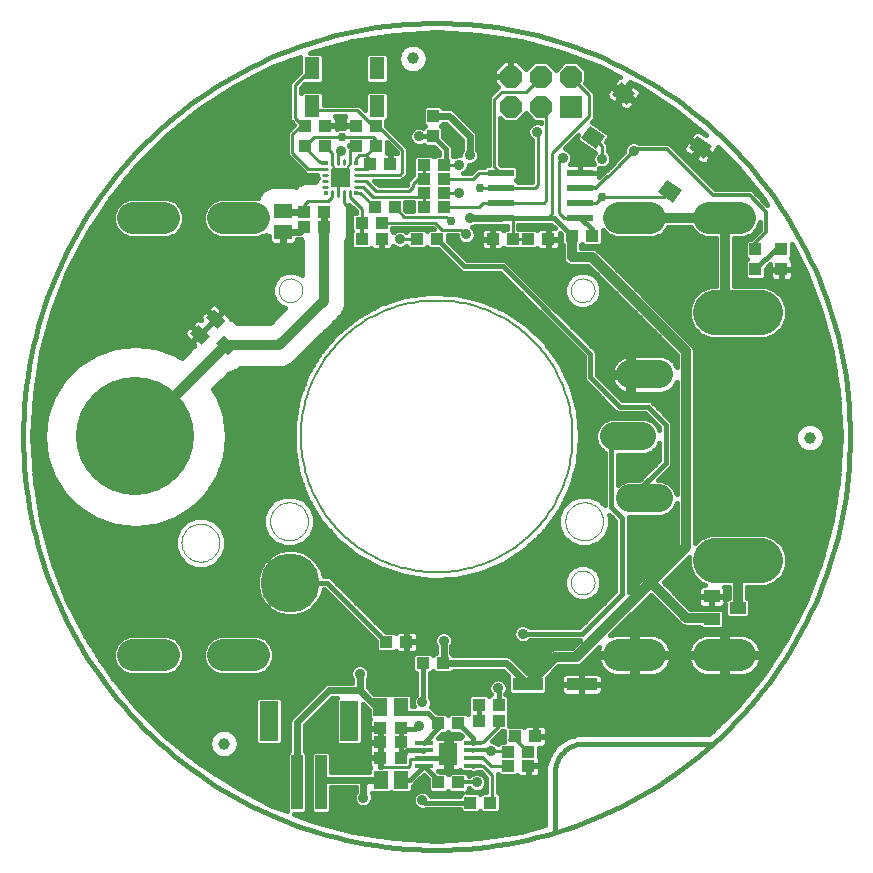
<source format=gtl>
G75*
%MOIN*%
%OFA0B0*%
%FSLAX24Y24*%
%IPPOS*%
%LPD*%
%AMOC8*
5,1,8,0,0,1.08239X$1,22.5*
%
%ADD10C,0.0160*%
%ADD11C,0.0000*%
%ADD12C,0.0105*%
%ADD13R,0.0134X0.0134*%
%ADD14C,0.0063*%
%ADD15R,0.0433X0.0394*%
%ADD16R,0.0394X0.0433*%
%ADD17C,0.3937*%
%ADD18C,0.0945*%
%ADD19C,0.1502*%
%ADD20R,0.0870X0.0240*%
%ADD21R,0.0740X0.0740*%
%ADD22OC8,0.0740*%
%ADD23R,0.0591X0.0512*%
%ADD24R,0.0394X0.0551*%
%ADD25C,0.1050*%
%ADD26R,0.0512X0.0591*%
%ADD27R,0.0394X0.1811*%
%ADD28R,0.0630X0.1339*%
%ADD29R,0.0610X0.0512*%
%ADD30R,0.1024X0.0394*%
%ADD31C,0.0394*%
%ADD32R,0.0512X0.0748*%
%ADD33R,0.0551X0.0394*%
%ADD34C,0.0050*%
%ADD35C,0.1969*%
%ADD36R,0.0630X0.0157*%
%ADD37R,0.0618X0.0744*%
%ADD38C,0.0297*%
%ADD39C,0.0354*%
%ADD40C,0.0200*%
%ADD41C,0.0079*%
%ADD42C,0.0100*%
%ADD43C,0.0120*%
%ADD44C,0.0240*%
%ADD45C,0.0218*%
%ADD46C,0.0320*%
D10*
X004437Y004460D02*
X007914Y004460D01*
X007914Y004618D02*
X004278Y004618D01*
X004120Y004777D02*
X007914Y004777D01*
X007914Y004935D02*
X003961Y004935D01*
X003950Y004947D02*
X003062Y006042D01*
X002295Y007225D01*
X001655Y008481D01*
X001149Y009797D01*
X000784Y011159D01*
X000564Y012552D01*
X000490Y013960D01*
X000564Y015367D01*
X000784Y016760D01*
X001149Y018122D01*
X001655Y019438D01*
X002295Y020694D01*
X003062Y021877D01*
X003950Y022972D01*
X004947Y023969D01*
X006042Y024857D01*
X007225Y025624D01*
X008481Y026265D01*
X009410Y026621D01*
X009410Y026108D01*
X009045Y025743D01*
X009045Y024511D01*
X009156Y024399D01*
X009203Y024353D01*
X008966Y024117D01*
X008966Y023330D01*
X009498Y022798D01*
X009609Y022687D01*
X003719Y022687D01*
X003847Y022846D02*
X009450Y022846D01*
X009292Y023004D02*
X003981Y023004D01*
X004140Y023163D02*
X009133Y023163D01*
X008975Y023321D02*
X004298Y023321D01*
X004457Y023480D02*
X008966Y023480D01*
X008966Y023638D02*
X004615Y023638D01*
X004774Y023797D02*
X008966Y023797D01*
X008966Y023955D02*
X004932Y023955D01*
X005125Y024114D02*
X008966Y024114D01*
X009121Y024272D02*
X005320Y024272D01*
X005516Y024431D02*
X009125Y024431D01*
X009156Y024399D02*
X009156Y024399D01*
X009045Y024589D02*
X005712Y024589D01*
X005908Y024748D02*
X009045Y024748D01*
X009045Y024906D02*
X006118Y024906D01*
X006363Y025065D02*
X009045Y025065D01*
X009045Y025223D02*
X006607Y025223D01*
X006851Y025382D02*
X009045Y025382D01*
X009045Y025540D02*
X007095Y025540D01*
X007370Y025699D02*
X009045Y025699D01*
X009159Y025857D02*
X007681Y025857D01*
X007992Y026016D02*
X009318Y026016D01*
X009410Y026174D02*
X008303Y026174D01*
X008658Y026333D02*
X009410Y026333D01*
X009410Y026491D02*
X009071Y026491D01*
X009743Y026749D02*
X009797Y026770D01*
X011159Y027135D01*
X012552Y027355D01*
X013960Y027429D01*
X015367Y027355D01*
X016760Y027135D01*
X018122Y026770D01*
X019438Y026265D01*
X020060Y025948D01*
X020036Y025944D01*
X019993Y025924D01*
X019957Y025893D01*
X019824Y025703D01*
X020182Y025453D01*
X020404Y025771D01*
X020395Y025777D01*
X020694Y025624D01*
X021877Y024857D01*
X022945Y023991D01*
X022738Y024136D01*
X022694Y024153D01*
X022646Y024157D01*
X022600Y024148D01*
X022557Y024128D01*
X022520Y024098D01*
X022388Y023908D01*
X022746Y023657D01*
X022691Y023579D01*
X022333Y023830D01*
X022200Y023640D01*
X022183Y023595D01*
X022179Y023548D01*
X022188Y023501D01*
X022208Y023459D01*
X022238Y023422D01*
X022468Y023261D01*
X022691Y023579D01*
X022769Y023524D01*
X022547Y023206D01*
X022777Y023045D01*
X022821Y023029D01*
X022869Y023025D01*
X022915Y023033D01*
X022958Y023053D01*
X022994Y023083D01*
X023127Y023273D01*
X022769Y023524D01*
X022824Y023602D01*
X023182Y023352D01*
X023315Y023541D01*
X023331Y023586D01*
X023333Y023608D01*
X023969Y022972D01*
X024857Y021877D01*
X024980Y021686D01*
X024593Y022074D01*
X024475Y022191D01*
X023255Y022191D01*
X021837Y023609D01*
X021720Y023726D01*
X020743Y023726D01*
X020714Y023756D01*
X020597Y023804D01*
X020471Y023804D01*
X020355Y023756D01*
X020265Y023667D01*
X020217Y023550D01*
X020217Y023453D01*
X019862Y023097D01*
X019862Y023083D01*
X019580Y022801D01*
X019566Y022801D01*
X019369Y022605D01*
X019369Y022741D01*
X018754Y022741D01*
X018754Y023041D01*
X018411Y023041D01*
X018441Y023071D01*
X018489Y023188D01*
X018489Y023314D01*
X018441Y023431D01*
X018352Y023520D01*
X018243Y023565D01*
X018683Y024005D01*
X018633Y023933D01*
X018653Y023819D01*
X019228Y023416D01*
X019202Y023391D01*
X019154Y023275D01*
X019154Y023148D01*
X019199Y023041D01*
X018754Y023041D01*
X018754Y022741D01*
X018754Y022741D01*
X018754Y022741D01*
X019369Y022741D01*
X019369Y022885D01*
X019361Y022914D01*
X019408Y022894D01*
X019534Y022894D01*
X019651Y022943D01*
X019740Y023032D01*
X019789Y023148D01*
X019789Y023275D01*
X019740Y023391D01*
X019661Y023470D01*
X019661Y023719D01*
X019608Y023773D01*
X019722Y023936D01*
X019702Y024051D01*
X019130Y024451D01*
X019228Y024550D01*
X019228Y025420D01*
X018919Y025729D01*
X018934Y025744D01*
X018934Y026167D01*
X018635Y026466D01*
X018213Y026466D01*
X017924Y026177D01*
X017635Y026466D01*
X017213Y026466D01*
X016952Y026205D01*
X016652Y026506D01*
X016444Y026506D01*
X016444Y025976D01*
X016404Y025976D01*
X016404Y026506D01*
X016196Y026506D01*
X015874Y026183D01*
X015874Y025976D01*
X016404Y025976D01*
X016404Y025936D01*
X015874Y025936D01*
X015874Y025728D01*
X016001Y025601D01*
X015935Y025534D01*
X015699Y025298D01*
X015699Y023001D01*
X015611Y023001D01*
X015539Y022929D01*
X015298Y022929D01*
X015187Y022818D01*
X015101Y022732D01*
X014854Y022732D01*
X014887Y022746D01*
X014976Y022835D01*
X015025Y022952D01*
X015025Y023012D01*
X015125Y023012D01*
X015242Y023061D01*
X015331Y023150D01*
X015379Y023267D01*
X015379Y023393D01*
X015331Y023509D01*
X015322Y023518D01*
X015322Y024011D01*
X015282Y024107D01*
X015209Y024180D01*
X014520Y024869D01*
X014425Y024909D01*
X014178Y024909D01*
X014178Y024923D01*
X014096Y025005D01*
X013587Y025005D01*
X013505Y024923D01*
X013505Y024374D01*
X013565Y024314D01*
X013505Y024254D01*
X013505Y024247D01*
X013432Y024277D01*
X013306Y024277D01*
X013189Y024228D01*
X013100Y024139D01*
X013052Y024023D01*
X013052Y023896D01*
X013100Y023780D01*
X013189Y023691D01*
X013306Y023642D01*
X013432Y023642D01*
X013527Y023682D01*
X013587Y023623D01*
X013867Y023623D01*
X014054Y023435D01*
X014054Y023351D01*
X013941Y023351D01*
X013881Y023291D01*
X013821Y023351D01*
X013272Y023351D01*
X013190Y023269D01*
X013190Y022671D01*
X012982Y022463D01*
X012982Y022345D01*
X012975Y022339D01*
X012030Y022339D01*
X011879Y022490D01*
X012814Y022490D01*
X012925Y022601D01*
X013008Y022684D01*
X013008Y023585D01*
X012289Y024305D01*
X012289Y024465D01*
X012367Y024543D01*
X012367Y025407D01*
X012285Y025489D01*
X011657Y025489D01*
X011575Y025407D01*
X011575Y024841D01*
X011400Y025016D01*
X010202Y025016D01*
X010202Y025407D01*
X010120Y025489D01*
X009492Y025489D01*
X009425Y025422D01*
X009425Y025586D01*
X009561Y025721D01*
X010120Y025721D01*
X010202Y025803D01*
X010202Y026667D01*
X010120Y026749D01*
X009743Y026749D01*
X009940Y026808D02*
X012740Y026808D01*
X012720Y026779D01*
X012722Y026769D01*
X012721Y026767D01*
X012712Y026762D01*
X012703Y026729D01*
X012689Y026698D01*
X012692Y026688D01*
X012692Y026685D01*
X012684Y026679D01*
X012681Y026645D01*
X012672Y026611D01*
X012677Y026602D01*
X012677Y026600D01*
X012670Y026592D01*
X012673Y026558D01*
X012670Y026524D01*
X012677Y026516D01*
X012677Y026513D01*
X012672Y026504D01*
X012681Y026471D01*
X012684Y026437D01*
X012692Y026430D01*
X012692Y026428D01*
X012689Y026418D01*
X012703Y026387D01*
X012712Y026354D01*
X012721Y026349D01*
X012722Y026347D01*
X012720Y026337D01*
X012740Y026308D01*
X012754Y026277D01*
X012764Y026274D01*
X012766Y026272D01*
X012766Y026261D01*
X012790Y026237D01*
X012809Y026209D01*
X012820Y026207D01*
X012821Y026206D01*
X012823Y026195D01*
X012851Y026176D01*
X012876Y026151D01*
X012886Y026151D01*
X012888Y026150D01*
X012891Y026140D01*
X012923Y026126D01*
X012951Y026106D01*
X012961Y026108D01*
X012963Y026107D01*
X012968Y026098D01*
X013001Y026089D01*
X013033Y026074D01*
X013042Y026078D01*
X013045Y026077D01*
X013051Y026069D01*
X013085Y026066D01*
X013119Y026058D01*
X013128Y026063D01*
X013130Y026063D01*
X013138Y026056D01*
X013172Y026059D01*
X013206Y026056D01*
X013214Y026063D01*
X013217Y026063D01*
X013226Y026058D01*
X013259Y026066D01*
X013293Y026069D01*
X013300Y026077D01*
X013302Y026078D01*
X013312Y026074D01*
X013343Y026089D01*
X013376Y026098D01*
X013381Y026107D01*
X013383Y026108D01*
X013394Y026106D01*
X013422Y026126D01*
X013453Y026140D01*
X013456Y026150D01*
X013458Y026151D01*
X013469Y026151D01*
X013493Y026176D01*
X013521Y026195D01*
X013523Y026206D01*
X013525Y026207D01*
X013535Y026209D01*
X013554Y026237D01*
X013579Y026261D01*
X013579Y026272D01*
X013580Y026274D01*
X013590Y026277D01*
X013604Y026308D01*
X013624Y026337D01*
X013622Y026347D01*
X013623Y026349D01*
X013632Y026354D01*
X013641Y026387D01*
X013656Y026418D01*
X013652Y026428D01*
X013653Y026430D01*
X013661Y026437D01*
X013664Y026471D01*
X013673Y026504D01*
X013667Y026513D01*
X013668Y026516D01*
X013674Y026524D01*
X013671Y026558D01*
X013674Y026592D01*
X013668Y026600D01*
X013667Y026602D01*
X013673Y026611D01*
X013664Y026645D01*
X013661Y026679D01*
X013653Y026685D01*
X013652Y026688D01*
X013656Y026698D01*
X013641Y026729D01*
X013632Y026762D01*
X013623Y026767D01*
X013622Y026769D01*
X013624Y026779D01*
X013604Y026808D01*
X017979Y026808D01*
X018435Y026650D02*
X013663Y026650D01*
X013669Y026491D02*
X016182Y026491D01*
X016404Y026491D02*
X016444Y026491D01*
X016444Y026333D02*
X016404Y026333D01*
X016404Y026174D02*
X016444Y026174D01*
X016444Y026016D02*
X016404Y026016D01*
X016825Y026333D02*
X017080Y026333D01*
X016666Y026491D02*
X018848Y026491D01*
X018768Y026333D02*
X019261Y026333D01*
X018927Y026174D02*
X019616Y026174D01*
X019927Y026016D02*
X018934Y026016D01*
X018934Y025857D02*
X019931Y025857D01*
X019831Y025699D02*
X018950Y025699D01*
X019108Y025540D02*
X019709Y025540D01*
X019769Y025625D02*
X019636Y025435D01*
X019620Y025391D01*
X019615Y025343D01*
X019624Y025297D01*
X019644Y025254D01*
X019674Y025217D01*
X019904Y025056D01*
X020127Y025374D01*
X020205Y025319D01*
X019983Y025001D01*
X020213Y024840D01*
X020257Y024824D01*
X020305Y024820D01*
X020351Y024828D01*
X020394Y024848D01*
X020431Y024879D01*
X020563Y025068D01*
X020205Y025319D01*
X020260Y025398D01*
X020182Y025453D01*
X020127Y025374D01*
X019769Y025625D01*
X019890Y025540D02*
X020057Y025540D01*
X020116Y025382D02*
X020132Y025382D01*
X020249Y025382D02*
X020283Y025382D01*
X020260Y025398D02*
X020618Y025147D01*
X020751Y025337D01*
X020768Y025381D01*
X020772Y025428D01*
X020763Y025475D01*
X020743Y025518D01*
X020713Y025554D01*
X020483Y025715D01*
X020260Y025398D01*
X020243Y025540D02*
X020360Y025540D01*
X020354Y025699D02*
X020471Y025699D01*
X020507Y025699D02*
X020549Y025699D01*
X020725Y025540D02*
X020824Y025540D01*
X020768Y025382D02*
X021068Y025382D01*
X021312Y025223D02*
X020672Y025223D01*
X020510Y025223D02*
X020343Y025223D01*
X020138Y025223D02*
X020021Y025223D01*
X020027Y025065D02*
X019910Y025065D01*
X019893Y025065D02*
X019228Y025065D01*
X019228Y025223D02*
X019669Y025223D01*
X019619Y025382D02*
X019228Y025382D01*
X019228Y024906D02*
X020119Y024906D01*
X020450Y024906D02*
X021801Y024906D01*
X022011Y024748D02*
X019228Y024748D01*
X019228Y024589D02*
X022207Y024589D01*
X022403Y024431D02*
X019159Y024431D01*
X019386Y024272D02*
X022599Y024272D01*
X022539Y024114D02*
X019612Y024114D01*
X019719Y023955D02*
X022420Y023955D01*
X022380Y023797D02*
X022547Y023797D01*
X022606Y023638D02*
X022732Y023638D01*
X022738Y023480D02*
X022621Y023480D01*
X022627Y023321D02*
X022510Y023321D01*
X022383Y023321D02*
X022125Y023321D01*
X022198Y023480D02*
X021966Y023480D01*
X021808Y023638D02*
X022199Y023638D01*
X022309Y023797D02*
X020616Y023797D01*
X020453Y023797D02*
X019624Y023797D01*
X019661Y023638D02*
X020254Y023638D01*
X020217Y023480D02*
X019661Y023480D01*
X019769Y023321D02*
X020085Y023321D01*
X019927Y023163D02*
X019789Y023163D01*
X019783Y023004D02*
X019712Y023004D01*
X019624Y022846D02*
X019369Y022846D01*
X019369Y022687D02*
X019451Y022687D01*
X019154Y023163D02*
X018479Y023163D01*
X018486Y023321D02*
X019173Y023321D01*
X019137Y023480D02*
X018392Y023480D01*
X018316Y023638D02*
X018911Y023638D01*
X018684Y023797D02*
X018475Y023797D01*
X018633Y023955D02*
X018648Y023955D01*
X018754Y023004D02*
X018754Y023004D01*
X018754Y022846D02*
X018754Y022846D01*
X018754Y021241D02*
X019137Y020858D01*
X019137Y020652D01*
X019493Y020627D02*
X019785Y020627D01*
X019902Y020578D02*
X021217Y020578D01*
X021461Y020679D01*
X021648Y020866D01*
X021680Y020943D01*
X022439Y020943D01*
X022471Y020866D01*
X022658Y020679D01*
X022902Y020578D01*
X023260Y020578D01*
X023260Y018985D01*
X023070Y018985D01*
X022743Y018849D01*
X022492Y018598D01*
X022357Y018271D01*
X022357Y017916D01*
X022492Y017589D01*
X022743Y017338D01*
X023070Y017202D01*
X024927Y017202D01*
X025255Y017338D01*
X025506Y017589D01*
X025641Y017916D01*
X025641Y018271D01*
X025506Y018598D01*
X025255Y018849D01*
X024927Y018985D01*
X023860Y018985D01*
X023860Y020578D01*
X024217Y020578D01*
X024461Y020679D01*
X024648Y020866D01*
X024744Y021097D01*
X024744Y020853D01*
X024507Y020616D01*
X024447Y020556D01*
X024335Y020556D01*
X024253Y020474D01*
X024253Y019925D01*
X024313Y019865D01*
X024253Y019805D01*
X024253Y019256D01*
X024335Y019174D01*
X024844Y019174D01*
X024926Y019256D01*
X024926Y019556D01*
X025079Y019709D01*
X025079Y019549D01*
X025437Y019549D01*
X025437Y019512D01*
X025079Y019512D01*
X025079Y019290D01*
X025091Y019244D01*
X025115Y019203D01*
X025148Y019170D01*
X025189Y019146D01*
X025235Y019134D01*
X025437Y019134D01*
X025437Y019512D01*
X025474Y019512D01*
X025474Y019549D01*
X025832Y019549D01*
X025832Y019771D01*
X025820Y019816D01*
X025796Y019857D01*
X025763Y019891D01*
X025760Y019893D01*
X025792Y019925D01*
X025792Y020365D01*
X026265Y019438D01*
X026770Y018122D01*
X027135Y016760D01*
X027355Y015367D01*
X027429Y013960D01*
X027355Y012552D01*
X027135Y011159D01*
X026770Y009797D01*
X026265Y008481D01*
X025624Y007225D01*
X024857Y006042D01*
X023969Y004947D01*
X023056Y004033D01*
X018676Y004033D01*
X018286Y003907D01*
X017954Y003666D01*
X017954Y003666D01*
X017954Y003666D01*
X017713Y003334D01*
X017587Y002944D01*
X017587Y001006D01*
X016760Y000784D01*
X015367Y000564D01*
X013960Y000490D01*
X012552Y000564D01*
X011159Y000784D01*
X009797Y001149D01*
X009200Y001379D01*
X009569Y001379D01*
X009651Y001461D01*
X009651Y003388D01*
X009574Y003464D01*
X009574Y004324D01*
X010485Y005235D01*
X010628Y005235D01*
X010591Y005199D01*
X010591Y003744D01*
X010673Y003662D01*
X011419Y003662D01*
X011501Y003744D01*
X011501Y005027D01*
X011694Y004834D01*
X011694Y004591D01*
X011735Y004549D01*
X011729Y004542D01*
X011705Y004501D01*
X011693Y004456D01*
X011693Y004254D01*
X012071Y004254D01*
X012071Y004217D01*
X011693Y004217D01*
X011693Y004015D01*
X011697Y003999D01*
X011693Y003983D01*
X011693Y003781D01*
X012071Y003781D01*
X012071Y003744D01*
X012108Y003744D01*
X012108Y003269D01*
X012071Y003269D01*
X012071Y003232D01*
X012108Y003232D01*
X012108Y002954D01*
X012071Y002954D01*
X012071Y003232D01*
X011693Y003232D01*
X011693Y003030D01*
X011705Y002985D01*
X011729Y002943D01*
X011749Y002923D01*
X011697Y002872D01*
X011697Y002779D01*
X010438Y002779D01*
X010438Y003388D01*
X010356Y003470D01*
X009846Y003470D01*
X009764Y003388D01*
X009764Y001461D01*
X009846Y001379D01*
X010356Y001379D01*
X010438Y001461D01*
X010438Y002259D01*
X011259Y002259D01*
X011259Y002101D01*
X011250Y002092D01*
X011201Y001975D01*
X011201Y001849D01*
X011250Y001733D01*
X011339Y001643D01*
X011455Y001595D01*
X011582Y001595D01*
X011698Y001643D01*
X011787Y001733D01*
X011836Y001849D01*
X011836Y001975D01*
X011791Y002083D01*
X012407Y002083D01*
X012428Y002104D01*
X012449Y002083D01*
X013077Y002083D01*
X013159Y002165D01*
X013159Y002306D01*
X013280Y002427D01*
X013526Y002674D01*
X013662Y002538D01*
X013662Y002169D01*
X013744Y002087D01*
X014293Y002087D01*
X014353Y002147D01*
X014413Y002087D01*
X014803Y002087D01*
X014725Y002010D01*
X014725Y001975D01*
X013772Y001975D01*
X013756Y002013D01*
X013667Y002102D01*
X013550Y002151D01*
X013424Y002151D01*
X013307Y002102D01*
X013218Y002013D01*
X013170Y001897D01*
X013170Y001770D01*
X013218Y001654D01*
X013307Y001565D01*
X013424Y001516D01*
X013550Y001516D01*
X013595Y001535D01*
X014725Y001535D01*
X014725Y001500D01*
X014807Y001418D01*
X015356Y001418D01*
X015416Y001478D01*
X015476Y001418D01*
X016025Y001418D01*
X016107Y001500D01*
X016107Y002010D01*
X016025Y002092D01*
X016000Y002092D01*
X016000Y002705D01*
X016067Y002638D01*
X016616Y002638D01*
X016648Y002671D01*
X016650Y002668D01*
X016684Y002634D01*
X016725Y002611D01*
X016770Y002598D01*
X016992Y002598D01*
X016992Y002957D01*
X017029Y002957D01*
X017029Y002598D01*
X017251Y002598D01*
X017297Y002611D01*
X017338Y002634D01*
X017371Y002668D01*
X017395Y002709D01*
X017407Y002755D01*
X017407Y002957D01*
X017029Y002957D01*
X017029Y002994D01*
X017407Y002994D01*
X017407Y003196D01*
X017395Y003242D01*
X017371Y003283D01*
X017367Y003287D01*
X017367Y003583D01*
X017487Y003583D01*
X017533Y003595D01*
X017574Y003619D01*
X017608Y003652D01*
X017631Y003693D01*
X017643Y003739D01*
X017643Y003941D01*
X017265Y003941D01*
X017265Y003978D01*
X017229Y003978D01*
X017229Y004336D01*
X017007Y004336D01*
X016961Y004324D01*
X016920Y004300D01*
X016886Y004267D01*
X016885Y004264D01*
X016852Y004296D01*
X016383Y004296D01*
X016383Y004726D01*
X016362Y004747D01*
X016383Y004768D01*
X016383Y005277D01*
X016301Y005359D01*
X016246Y005359D01*
X016246Y005365D01*
X016276Y005394D01*
X016324Y005511D01*
X016324Y005637D01*
X016276Y005753D01*
X016186Y005843D01*
X016070Y005891D01*
X015944Y005891D01*
X015827Y005843D01*
X015738Y005753D01*
X015690Y005637D01*
X015690Y005511D01*
X015738Y005394D01*
X015773Y005359D01*
X015752Y005359D01*
X015692Y005299D01*
X015632Y005359D01*
X015083Y005359D01*
X015001Y005277D01*
X015001Y004768D01*
X015021Y004747D01*
X015001Y004726D01*
X015001Y004691D01*
X014962Y004729D01*
X014413Y004729D01*
X014353Y004669D01*
X014293Y004729D01*
X013993Y004729D01*
X013884Y004838D01*
X013769Y004953D01*
X013804Y005038D01*
X013804Y005164D01*
X013756Y005281D01*
X013727Y005310D01*
X013727Y006064D01*
X013781Y006064D01*
X013841Y006124D01*
X013902Y006064D01*
X014451Y006064D01*
X014527Y006140D01*
X016175Y006140D01*
X016354Y005961D01*
X016339Y005947D01*
X016339Y005437D01*
X016421Y005355D01*
X017561Y005355D01*
X017643Y005437D01*
X017643Y005919D01*
X018021Y006297D01*
X018665Y006297D01*
X018775Y006343D01*
X018860Y006427D01*
X018860Y006427D01*
X019387Y006955D01*
X019366Y006903D01*
X019342Y006814D01*
X019334Y006756D01*
X020480Y006756D01*
X020480Y007381D01*
X019988Y007381D01*
X019897Y007369D01*
X019807Y007345D01*
X019756Y007324D01*
X021105Y008673D01*
X022032Y007746D01*
X022116Y007662D01*
X022227Y007616D01*
X022723Y007616D01*
X022799Y007540D01*
X023466Y007540D01*
X023548Y007622D01*
X023548Y008132D01*
X023466Y008214D01*
X023120Y008214D01*
X023114Y008216D01*
X023065Y008216D01*
X023016Y008220D01*
X023005Y008216D01*
X022411Y008216D01*
X021529Y009097D01*
X022357Y009924D01*
X022357Y009648D01*
X022492Y009321D01*
X022743Y009070D01*
X022908Y009002D01*
X022833Y009002D01*
X022788Y008989D01*
X022747Y008966D01*
X022713Y008932D01*
X022689Y008891D01*
X022677Y008845D01*
X022677Y008643D01*
X023114Y008643D01*
X023114Y008606D01*
X023151Y008606D01*
X023151Y008248D01*
X023432Y008248D01*
X023478Y008260D01*
X023519Y008284D01*
X023552Y008318D01*
X023576Y008359D01*
X023583Y008386D01*
X023583Y007996D01*
X023665Y007914D01*
X024332Y007914D01*
X024414Y007996D01*
X024414Y008506D01*
X024332Y008588D01*
X024299Y008588D01*
X024299Y008934D01*
X024927Y008934D01*
X025255Y009070D01*
X025506Y009321D01*
X025641Y009648D01*
X025641Y010003D01*
X025506Y010330D01*
X025255Y010581D01*
X024927Y010717D01*
X023070Y010717D01*
X022743Y010581D01*
X022567Y010405D01*
X022567Y016874D01*
X022521Y016984D01*
X019391Y020114D01*
X019307Y020198D01*
X019196Y020244D01*
X018767Y020244D01*
X018767Y020341D01*
X018802Y020376D01*
X018862Y020316D01*
X019411Y020316D01*
X019493Y020398D01*
X019493Y020844D01*
X019658Y020679D01*
X019902Y020578D01*
X019552Y020785D02*
X019493Y020785D01*
X019493Y020468D02*
X023260Y020468D01*
X023260Y020310D02*
X018767Y020310D01*
X018467Y020652D02*
X017879Y021241D01*
X016479Y021241D01*
X016104Y021241D01*
X016309Y020981D02*
X016309Y020871D01*
X016224Y020871D01*
X016192Y020839D01*
X016190Y020842D01*
X016157Y020875D01*
X016116Y020899D01*
X016070Y020911D01*
X015848Y020911D01*
X015848Y020553D01*
X015811Y020553D01*
X015811Y020911D01*
X015589Y020911D01*
X015544Y020899D01*
X015503Y020875D01*
X015469Y020842D01*
X015445Y020801D01*
X015433Y020755D01*
X015433Y020553D01*
X015811Y020553D01*
X015811Y020516D01*
X015433Y020516D01*
X015433Y020314D01*
X015445Y020268D01*
X015469Y020227D01*
X015503Y020193D01*
X015544Y020170D01*
X015589Y020157D01*
X015811Y020157D01*
X015811Y020516D01*
X015848Y020516D01*
X015848Y020157D01*
X016070Y020157D01*
X016116Y020170D01*
X016157Y020193D01*
X016190Y020227D01*
X016192Y020230D01*
X016224Y020197D01*
X017285Y020197D01*
X017318Y020230D01*
X017319Y020227D01*
X017353Y020193D01*
X017394Y020170D01*
X017440Y020157D01*
X017662Y020157D01*
X017662Y020516D01*
X017698Y020516D01*
X017698Y020157D01*
X017920Y020157D01*
X017966Y020170D01*
X018007Y020193D01*
X018041Y020227D01*
X018064Y020268D01*
X018077Y020314D01*
X018077Y020516D01*
X017698Y020516D01*
X017698Y020553D01*
X017662Y020553D01*
X017662Y020911D01*
X017440Y020911D01*
X017394Y020899D01*
X017353Y020875D01*
X017319Y020842D01*
X017318Y020839D01*
X017285Y020871D01*
X016689Y020871D01*
X016689Y021021D01*
X017788Y021021D01*
X017898Y020911D01*
X017698Y020911D01*
X017698Y020553D01*
X018077Y020553D01*
X018077Y020732D01*
X018111Y020698D01*
X018111Y020398D01*
X018167Y020341D01*
X018167Y019884D01*
X018213Y019774D01*
X018297Y019689D01*
X018408Y019644D01*
X019012Y019644D01*
X021967Y016690D01*
X021967Y016279D01*
X021951Y016316D01*
X021909Y016390D01*
X021857Y016458D01*
X021796Y016518D01*
X021728Y016570D01*
X021654Y016613D01*
X021575Y016646D01*
X021493Y016668D01*
X021408Y016679D01*
X020498Y016679D01*
X020498Y016104D01*
X020343Y016104D01*
X020343Y016674D01*
X020293Y016668D01*
X020210Y016646D01*
X020131Y016613D01*
X020057Y016570D01*
X019989Y016518D01*
X019929Y016458D01*
X019877Y016390D01*
X019834Y016316D01*
X019801Y016237D01*
X019779Y016154D01*
X019772Y016104D01*
X020343Y016104D01*
X020343Y015949D01*
X020498Y015949D01*
X020498Y015374D01*
X021408Y015374D01*
X021493Y015385D01*
X021575Y015407D01*
X021654Y015440D01*
X021728Y015483D01*
X021796Y015535D01*
X021857Y015595D01*
X021909Y015663D01*
X021951Y015737D01*
X021967Y015774D01*
X021967Y012041D01*
X021884Y012240D01*
X021712Y012412D01*
X021487Y012505D01*
X021344Y012505D01*
X021688Y012850D01*
X021817Y012979D01*
X021817Y014444D01*
X021227Y015035D01*
X021098Y015164D01*
X020153Y015164D01*
X019298Y016019D01*
X019298Y016807D01*
X016384Y019720D01*
X016255Y019849D01*
X014976Y019849D01*
X014336Y020489D01*
X014336Y020659D01*
X014627Y020659D01*
X014627Y020629D01*
X014675Y020512D01*
X014764Y020423D01*
X014881Y020375D01*
X015007Y020375D01*
X015123Y020423D01*
X015213Y020512D01*
X015261Y020629D01*
X015261Y020755D01*
X015213Y020871D01*
X015151Y020934D01*
X015244Y020972D01*
X015252Y020981D01*
X016309Y020981D01*
X016309Y020944D02*
X015174Y020944D01*
X015248Y020785D02*
X015441Y020785D01*
X015433Y020627D02*
X015260Y020627D01*
X015169Y020468D02*
X015433Y020468D01*
X015434Y020310D02*
X014515Y020310D01*
X014357Y020468D02*
X014719Y020468D01*
X014628Y020627D02*
X014336Y020627D01*
X013979Y020534D02*
X014885Y019629D01*
X016164Y019629D01*
X019078Y016715D01*
X019078Y015928D01*
X020062Y014944D01*
X021007Y014944D01*
X021597Y014353D01*
X021597Y013070D01*
X020420Y011893D01*
X020006Y012345D02*
X020006Y013347D01*
X020932Y013347D01*
X021157Y013440D01*
X021329Y013613D01*
X021377Y013729D01*
X021377Y013161D01*
X020721Y012505D01*
X020298Y012505D01*
X020073Y012412D01*
X020006Y012345D01*
X020006Y012385D02*
X020046Y012385D01*
X020006Y012543D02*
X020759Y012543D01*
X020918Y012702D02*
X020006Y012702D01*
X020006Y012860D02*
X021076Y012860D01*
X021235Y013019D02*
X020006Y013019D01*
X020006Y013177D02*
X021377Y013177D01*
X021377Y013336D02*
X020006Y013336D01*
X019566Y013336D02*
X018688Y013336D01*
X018703Y013494D02*
X019464Y013494D01*
X019518Y013440D02*
X019346Y013613D01*
X019253Y013838D01*
X019253Y014081D01*
X019346Y014306D01*
X019518Y014479D01*
X019743Y014572D01*
X020932Y014572D01*
X021157Y014479D01*
X021329Y014306D01*
X021377Y014190D01*
X021377Y014262D01*
X020916Y014724D01*
X019971Y014724D01*
X019842Y014853D01*
X018858Y015837D01*
X018858Y016624D01*
X016073Y019409D01*
X014794Y019409D01*
X014005Y020197D01*
X013705Y020197D01*
X013645Y020258D01*
X013584Y020197D01*
X013035Y020197D01*
X012953Y020279D01*
X012953Y020300D01*
X012919Y020265D01*
X012802Y020217D01*
X012676Y020217D01*
X012559Y020265D01*
X012522Y020303D01*
X012513Y020268D01*
X012489Y020227D01*
X012456Y020193D01*
X012415Y020170D01*
X012369Y020157D01*
X012147Y020157D01*
X012147Y020516D01*
X012110Y020516D01*
X012110Y020157D01*
X011889Y020157D01*
X011843Y020170D01*
X011802Y020193D01*
X011768Y020227D01*
X011767Y020230D01*
X011734Y020197D01*
X011185Y020197D01*
X011103Y020279D01*
X011103Y020789D01*
X011124Y020810D01*
X011103Y020831D01*
X011103Y021340D01*
X011185Y021422D01*
X011270Y021422D01*
X011270Y021460D01*
X011052Y021677D01*
X011009Y021575D01*
X010996Y021562D01*
X010996Y020616D01*
X010940Y020479D01*
X010940Y018320D01*
X010827Y018048D01*
X009351Y016572D01*
X009142Y016364D01*
X008871Y016251D01*
X007404Y016251D01*
X007327Y016174D01*
X007114Y016086D01*
X007075Y016086D01*
X006521Y015531D01*
X006675Y015286D01*
X006675Y015286D01*
X006901Y014640D01*
X006901Y014640D01*
X006978Y013960D01*
X006901Y013279D01*
X006901Y013279D01*
X006675Y012633D01*
X006675Y012633D01*
X006311Y012053D01*
X006311Y012053D01*
X005827Y011569D01*
X005827Y011569D01*
X005247Y011205D01*
X005247Y011205D01*
X004601Y010978D01*
X004601Y010978D01*
X003920Y010902D01*
X003920Y010902D01*
X003240Y010978D01*
X002593Y011205D01*
X002014Y011569D01*
X001530Y012053D01*
X001530Y012053D01*
X001165Y012633D01*
X001165Y012633D01*
X000939Y013279D01*
X000939Y013279D01*
X000862Y013960D01*
X000862Y013960D01*
X000939Y014640D01*
X000939Y014640D01*
X001165Y015286D01*
X001165Y015286D01*
X001530Y015866D01*
X001530Y015866D01*
X002014Y016350D01*
X002014Y016350D01*
X002593Y016714D01*
X002593Y016714D01*
X003240Y016941D01*
X003240Y016941D01*
X003920Y017017D01*
X003920Y017017D01*
X004601Y016941D01*
X004601Y016941D01*
X005247Y016714D01*
X005247Y016714D01*
X005471Y016574D01*
X005889Y016992D01*
X005813Y017068D01*
X006066Y017322D01*
X006040Y017348D01*
X005731Y017657D01*
X005588Y017514D01*
X005564Y017473D01*
X005552Y017427D01*
X005552Y017380D01*
X005564Y017334D01*
X005588Y017293D01*
X005786Y017094D01*
X006040Y017348D01*
X006066Y017374D01*
X006315Y017623D01*
X006569Y017877D01*
X006260Y018186D01*
X006117Y018043D01*
X006093Y018002D01*
X006081Y017956D01*
X006081Y017909D01*
X006093Y017863D01*
X006111Y017831D01*
X006080Y017850D01*
X006034Y017862D01*
X005987Y017862D01*
X005941Y017850D01*
X005900Y017826D01*
X005757Y017683D01*
X006066Y017374D01*
X006092Y017348D01*
X006109Y017365D01*
X006117Y017384D01*
X006559Y017826D01*
X006578Y017833D01*
X006595Y017851D01*
X006569Y017877D01*
X006595Y017903D01*
X006848Y018156D01*
X006650Y018355D01*
X006609Y018378D01*
X006563Y018391D01*
X006516Y018391D01*
X006470Y018378D01*
X006429Y018355D01*
X006286Y018212D01*
X006595Y017903D01*
X006621Y017877D01*
X006874Y018130D01*
X007073Y017932D01*
X008618Y017932D01*
X008776Y018091D02*
X006914Y018091D01*
X006835Y018091D02*
X006783Y018091D01*
X006756Y018249D02*
X008861Y018249D01*
X008913Y018227D02*
X008417Y017731D01*
X007310Y017731D01*
X007216Y017826D01*
X007101Y017873D01*
X007097Y017890D01*
X007073Y017932D01*
X007268Y017774D02*
X008459Y017774D01*
X008736Y018301D02*
X008913Y018227D01*
X008736Y018301D02*
X008561Y018476D01*
X008466Y018705D01*
X008466Y018954D01*
X008561Y019183D01*
X008736Y019358D01*
X008965Y019453D01*
X009214Y019453D01*
X009443Y019358D01*
X009460Y019341D01*
X009460Y020479D01*
X009430Y020551D01*
X009317Y020551D01*
X009317Y020511D01*
X009304Y020465D01*
X009281Y020424D01*
X009247Y020390D01*
X009206Y020367D01*
X009160Y020354D01*
X008889Y020354D01*
X008889Y020624D01*
X008793Y020624D01*
X008793Y020354D01*
X008522Y020354D01*
X008477Y020367D01*
X008436Y020390D01*
X008402Y020424D01*
X008378Y020465D01*
X008366Y020511D01*
X008366Y020650D01*
X008272Y020690D01*
X008261Y020679D01*
X008017Y020578D01*
X006702Y020578D01*
X006458Y020679D01*
X006271Y020866D01*
X006170Y021111D01*
X006170Y021375D01*
X006271Y021620D01*
X006458Y021807D01*
X006702Y021908D01*
X007998Y021908D01*
X008054Y022044D01*
X008218Y022207D01*
X008431Y022295D01*
X009252Y022295D01*
X009271Y022288D01*
X009311Y022328D01*
X009543Y022424D01*
X009913Y022424D01*
X009936Y022482D01*
X009985Y022530D01*
X009985Y022566D01*
X010001Y022582D01*
X009985Y022598D01*
X009985Y022687D01*
X009609Y022687D01*
X009412Y022370D02*
X003462Y022370D01*
X003590Y022529D02*
X009983Y022529D01*
X011010Y021578D02*
X011152Y021578D01*
X011182Y021419D02*
X010996Y021419D01*
X010996Y021261D02*
X011103Y021261D01*
X011103Y021102D02*
X010996Y021102D01*
X010996Y020944D02*
X011103Y020944D01*
X011103Y020785D02*
X010996Y020785D01*
X010996Y020627D02*
X011103Y020627D01*
X011103Y020468D02*
X010940Y020468D01*
X010940Y020310D02*
X011103Y020310D01*
X010940Y020151D02*
X014051Y020151D01*
X014210Y019993D02*
X010940Y019993D01*
X010940Y019834D02*
X014368Y019834D01*
X014527Y019676D02*
X010940Y019676D01*
X010940Y019517D02*
X014685Y019517D01*
X014832Y019993D02*
X018167Y019993D01*
X018167Y020151D02*
X014674Y020151D01*
X013866Y020871D02*
X013705Y020871D01*
X013645Y020811D01*
X013584Y020871D01*
X013035Y020871D01*
X012953Y020789D01*
X012953Y020769D01*
X012919Y020803D01*
X012802Y020851D01*
X012676Y020851D01*
X012559Y020803D01*
X012522Y020766D01*
X012513Y020801D01*
X012489Y020842D01*
X012485Y020846D01*
X012485Y020896D01*
X013841Y020896D01*
X013866Y020871D01*
X013190Y021472D02*
X013190Y021762D01*
X012918Y021762D01*
X012918Y021509D01*
X012956Y021472D01*
X013190Y021472D01*
X013190Y021578D02*
X012918Y021578D01*
X012918Y021736D02*
X013190Y021736D01*
X012982Y022370D02*
X011999Y022370D01*
X012402Y023045D02*
X012402Y023403D01*
X012292Y023403D01*
X012292Y023763D01*
X012628Y023428D01*
X012628Y023403D01*
X012439Y023403D01*
X012439Y023045D01*
X012402Y023045D01*
X012402Y023163D02*
X012439Y023163D01*
X012439Y023321D02*
X012402Y023321D01*
X012292Y023480D02*
X012576Y023480D01*
X012418Y023638D02*
X012292Y023638D01*
X012638Y023955D02*
X013052Y023955D01*
X013089Y024114D02*
X012480Y024114D01*
X012321Y024272D02*
X013295Y024272D01*
X013443Y024272D02*
X013523Y024272D01*
X013505Y024431D02*
X012289Y024431D01*
X012367Y024589D02*
X013505Y024589D01*
X013505Y024748D02*
X012367Y024748D01*
X012367Y024906D02*
X013505Y024906D01*
X014118Y024314D02*
X014178Y024374D01*
X014178Y024389D01*
X014265Y024389D01*
X014802Y023852D01*
X014802Y023518D01*
X014793Y023509D01*
X014745Y023393D01*
X014745Y023332D01*
X014644Y023332D01*
X014549Y023292D01*
X014494Y023347D01*
X014494Y023618D01*
X014366Y023746D01*
X014178Y023934D01*
X014178Y024254D01*
X014118Y024314D01*
X014160Y024272D02*
X014382Y024272D01*
X014540Y024114D02*
X014178Y024114D01*
X014178Y023955D02*
X014699Y023955D01*
X014802Y023797D02*
X014316Y023797D01*
X014474Y023638D02*
X014802Y023638D01*
X014781Y023480D02*
X014494Y023480D01*
X014520Y023321D02*
X014618Y023321D01*
X014274Y023526D02*
X014274Y023034D01*
X013910Y023321D02*
X013851Y023321D01*
X014010Y023480D02*
X013008Y023480D01*
X013008Y023321D02*
X013241Y023321D01*
X013190Y023163D02*
X013008Y023163D01*
X013008Y023004D02*
X013190Y023004D01*
X013190Y022846D02*
X013008Y022846D01*
X013008Y022687D02*
X013190Y022687D01*
X013047Y022529D02*
X012852Y022529D01*
X012955Y023638D02*
X013571Y023638D01*
X013369Y023960D02*
X013822Y023960D01*
X013841Y023979D01*
X013841Y023960D02*
X014274Y023526D01*
X015025Y023004D02*
X015699Y023004D01*
X015699Y023163D02*
X015336Y023163D01*
X015379Y023321D02*
X015699Y023321D01*
X015699Y023480D02*
X015343Y023480D01*
X015322Y023638D02*
X015699Y023638D01*
X015699Y023797D02*
X015322Y023797D01*
X015322Y023955D02*
X015699Y023955D01*
X015699Y024114D02*
X015276Y024114D01*
X015117Y024272D02*
X015699Y024272D01*
X015699Y024431D02*
X014959Y024431D01*
X014800Y024589D02*
X015699Y024589D01*
X015699Y024748D02*
X014642Y024748D01*
X014431Y024906D02*
X015699Y024906D01*
X015699Y025065D02*
X012367Y025065D01*
X012367Y025223D02*
X015699Y025223D01*
X015782Y025382D02*
X012367Y025382D01*
X012285Y025721D02*
X011657Y025721D01*
X011575Y025803D01*
X011575Y026667D01*
X011657Y026749D01*
X012285Y026749D01*
X012367Y026667D01*
X012367Y025803D01*
X012285Y025721D01*
X012367Y025857D02*
X015874Y025857D01*
X015874Y026016D02*
X012367Y026016D01*
X012367Y026174D02*
X012853Y026174D01*
X012723Y026333D02*
X012367Y026333D01*
X012367Y026491D02*
X012675Y026491D01*
X012681Y026650D02*
X012367Y026650D01*
X012740Y026808D02*
X012754Y026839D01*
X012764Y026842D01*
X012766Y026844D01*
X012766Y026855D01*
X012790Y026879D01*
X012809Y026907D01*
X012820Y026909D01*
X012821Y026910D01*
X012823Y026921D01*
X012851Y026940D01*
X012876Y026965D01*
X012886Y026965D01*
X012888Y026966D01*
X012891Y026976D01*
X012923Y026990D01*
X012951Y027010D01*
X012961Y027008D01*
X012963Y027009D01*
X012968Y027018D01*
X013001Y027027D01*
X013033Y027041D01*
X013042Y027038D01*
X013045Y027039D01*
X013051Y027046D01*
X013085Y027049D01*
X013119Y027058D01*
X013128Y027053D01*
X013130Y027053D01*
X013138Y027060D01*
X013172Y027057D01*
X013206Y027060D01*
X013214Y027053D01*
X013217Y027053D01*
X013226Y027058D01*
X013259Y027049D01*
X013293Y027046D01*
X013300Y027039D01*
X013302Y027038D01*
X013312Y027041D01*
X013343Y027027D01*
X013376Y027018D01*
X013381Y027009D01*
X013383Y027008D01*
X013394Y027010D01*
X013422Y026990D01*
X013453Y026976D01*
X013456Y026966D01*
X013458Y026965D01*
X013469Y026965D01*
X013493Y026940D01*
X013521Y026921D01*
X013523Y026910D01*
X013525Y026909D01*
X013535Y026907D01*
X013554Y026879D01*
X013579Y026855D01*
X013579Y026844D01*
X013580Y026842D01*
X013590Y026839D01*
X013604Y026808D01*
X013456Y026967D02*
X017388Y026967D01*
X016796Y027125D02*
X011123Y027125D01*
X010531Y026967D02*
X012888Y026967D01*
X012099Y027284D02*
X015820Y027284D01*
X016023Y026333D02*
X013621Y026333D01*
X013491Y026174D02*
X015874Y026174D01*
X015903Y025699D02*
X009538Y025699D01*
X009425Y025540D02*
X015941Y025540D01*
X016079Y024580D02*
X016213Y024446D01*
X016635Y024446D01*
X016924Y024734D01*
X017213Y024446D01*
X017431Y024446D01*
X017431Y024409D01*
X017369Y024434D01*
X017243Y024434D01*
X017126Y024386D01*
X017037Y024297D01*
X016989Y024180D01*
X016989Y024054D01*
X017037Y023937D01*
X017126Y023848D01*
X017155Y023836D01*
X017155Y022431D01*
X016667Y022431D01*
X016607Y022491D01*
X016679Y022563D01*
X016679Y022919D01*
X016597Y023001D01*
X016113Y023001D01*
X016079Y023035D01*
X016079Y024580D01*
X016079Y024431D02*
X017234Y024431D01*
X017378Y024431D02*
X017431Y024431D01*
X017069Y024589D02*
X016779Y024589D01*
X017027Y024272D02*
X016079Y024272D01*
X016079Y024114D02*
X016989Y024114D01*
X017030Y023955D02*
X016079Y023955D01*
X016079Y023797D02*
X017155Y023797D01*
X017155Y023638D02*
X016079Y023638D01*
X016079Y023480D02*
X017155Y023480D01*
X017155Y023321D02*
X016079Y023321D01*
X016079Y023163D02*
X017155Y023163D01*
X017155Y023004D02*
X016110Y023004D01*
X016679Y022846D02*
X017155Y022846D01*
X017155Y022687D02*
X016679Y022687D01*
X016645Y022529D02*
X017155Y022529D01*
X016689Y020944D02*
X017865Y020944D01*
X017698Y020785D02*
X017662Y020785D01*
X017662Y020627D02*
X017698Y020627D01*
X017698Y020468D02*
X017662Y020468D01*
X017662Y020310D02*
X017698Y020310D01*
X018075Y020310D02*
X018167Y020310D01*
X018111Y020468D02*
X018077Y020468D01*
X018077Y020627D02*
X018111Y020627D01*
X018188Y019834D02*
X016270Y019834D01*
X016429Y019676D02*
X018331Y019676D01*
X018476Y019358D02*
X018301Y019183D01*
X018206Y018954D01*
X018206Y018705D01*
X018301Y018476D01*
X018476Y018301D01*
X018705Y018206D01*
X018954Y018206D01*
X019183Y018301D01*
X019358Y018476D01*
X019453Y018705D01*
X019453Y018954D01*
X019358Y019183D01*
X019183Y019358D01*
X018954Y019453D01*
X018705Y019453D01*
X018476Y019358D01*
X018477Y019359D02*
X016746Y019359D01*
X016587Y019517D02*
X019139Y019517D01*
X019182Y019359D02*
X019298Y019359D01*
X019341Y019200D02*
X019456Y019200D01*
X019417Y019042D02*
X019615Y019042D01*
X019773Y018883D02*
X019453Y018883D01*
X019453Y018725D02*
X019932Y018725D01*
X020090Y018566D02*
X019395Y018566D01*
X019290Y018408D02*
X020249Y018408D01*
X020407Y018249D02*
X019058Y018249D01*
X018601Y018249D02*
X017855Y018249D01*
X017697Y018408D02*
X018369Y018408D01*
X018264Y018566D02*
X017538Y018566D01*
X017380Y018725D02*
X018206Y018725D01*
X018206Y018883D02*
X017221Y018883D01*
X017063Y019042D02*
X018242Y019042D01*
X018318Y019200D02*
X016904Y019200D01*
X016599Y018883D02*
X010940Y018883D01*
X010940Y018725D02*
X013633Y018725D01*
X013745Y018740D02*
X012895Y018625D01*
X012079Y018359D01*
X011323Y017953D01*
X010653Y017418D01*
X010088Y016772D01*
X009648Y016036D01*
X009347Y015233D01*
X009347Y015233D01*
X009194Y014388D01*
X009194Y013531D01*
X009347Y012687D01*
X009347Y012687D01*
X009648Y011883D01*
X010088Y011147D01*
X010653Y010501D01*
X011323Y009966D01*
X011323Y009966D01*
X012079Y009560D01*
X012895Y009294D01*
X013745Y009179D01*
X014602Y009218D01*
X015438Y009409D01*
X015438Y009409D01*
X016227Y009746D01*
X016943Y010218D01*
X017563Y010811D01*
X017563Y010811D01*
X018067Y011505D01*
X018439Y012278D01*
X018668Y013105D01*
X018745Y013960D01*
X018668Y014814D01*
X018439Y015641D01*
X018067Y016414D01*
X017563Y017108D01*
X016943Y017701D01*
X016227Y018173D01*
X015438Y018510D01*
X014602Y018701D01*
X014602Y018701D01*
X013745Y018740D01*
X013745Y018740D01*
X014083Y018725D02*
X016757Y018725D01*
X016916Y018566D02*
X015194Y018566D01*
X015438Y018510D02*
X015438Y018510D01*
X015679Y018408D02*
X017074Y018408D01*
X017233Y018249D02*
X016050Y018249D01*
X016227Y018173D02*
X016227Y018173D01*
X016352Y018091D02*
X017391Y018091D01*
X017550Y017932D02*
X016592Y017932D01*
X016832Y017774D02*
X017708Y017774D01*
X017867Y017615D02*
X017032Y017615D01*
X016943Y017701D02*
X016943Y017701D01*
X017198Y017457D02*
X018025Y017457D01*
X018184Y017298D02*
X017364Y017298D01*
X017530Y017140D02*
X018342Y017140D01*
X018501Y016981D02*
X017655Y016981D01*
X017563Y017108D02*
X017563Y017108D01*
X017563Y017108D01*
X017770Y016823D02*
X018659Y016823D01*
X018818Y016664D02*
X017885Y016664D01*
X018001Y016506D02*
X018858Y016506D01*
X018858Y016347D02*
X018099Y016347D01*
X018067Y016414D02*
X018067Y016414D01*
X018176Y016189D02*
X018858Y016189D01*
X018858Y016030D02*
X018252Y016030D01*
X018328Y015872D02*
X018858Y015872D01*
X018982Y015713D02*
X018405Y015713D01*
X018439Y015641D02*
X018439Y015641D01*
X018463Y015555D02*
X019140Y015555D01*
X019299Y015396D02*
X018507Y015396D01*
X018551Y015238D02*
X019457Y015238D01*
X019616Y015079D02*
X018594Y015079D01*
X018638Y014921D02*
X019774Y014921D01*
X019933Y014762D02*
X018672Y014762D01*
X018668Y014814D02*
X018668Y014814D01*
X018687Y014604D02*
X021036Y014604D01*
X021191Y014445D02*
X021194Y014445D01*
X021337Y014287D02*
X021353Y014287D01*
X021658Y014604D02*
X021967Y014604D01*
X021967Y014762D02*
X021500Y014762D01*
X021341Y014921D02*
X021967Y014921D01*
X021967Y015079D02*
X021183Y015079D01*
X021533Y015396D02*
X021967Y015396D01*
X021967Y015238D02*
X020079Y015238D01*
X020131Y015440D02*
X020057Y015483D01*
X019989Y015535D01*
X019929Y015595D01*
X019877Y015663D01*
X019834Y015737D01*
X019801Y015816D01*
X019779Y015899D01*
X019772Y015949D01*
X020343Y015949D01*
X020343Y015379D01*
X020293Y015385D01*
X020210Y015407D01*
X020131Y015440D01*
X020252Y015396D02*
X019921Y015396D01*
X019969Y015555D02*
X019762Y015555D01*
X019848Y015713D02*
X019604Y015713D01*
X019445Y015872D02*
X019786Y015872D01*
X019788Y016189D02*
X019298Y016189D01*
X019298Y016347D02*
X019852Y016347D01*
X019977Y016506D02*
X019298Y016506D01*
X019298Y016664D02*
X020279Y016664D01*
X020343Y016664D02*
X020498Y016664D01*
X020498Y016506D02*
X020343Y016506D01*
X020343Y016347D02*
X020498Y016347D01*
X020498Y016189D02*
X020343Y016189D01*
X020343Y016030D02*
X019298Y016030D01*
X019282Y016823D02*
X021834Y016823D01*
X021967Y016664D02*
X021506Y016664D01*
X021809Y016506D02*
X021967Y016506D01*
X021967Y016347D02*
X021933Y016347D01*
X022567Y016347D02*
X027200Y016347D01*
X027225Y016189D02*
X022567Y016189D01*
X022567Y016030D02*
X027250Y016030D01*
X027275Y015872D02*
X022567Y015872D01*
X022567Y015713D02*
X027301Y015713D01*
X027326Y015555D02*
X022567Y015555D01*
X022567Y015396D02*
X027351Y015396D01*
X027362Y015238D02*
X022567Y015238D01*
X022567Y015079D02*
X027370Y015079D01*
X027379Y014921D02*
X022567Y014921D01*
X022567Y014762D02*
X027387Y014762D01*
X027395Y014604D02*
X022567Y014604D01*
X022567Y014445D02*
X027404Y014445D01*
X027412Y014287D02*
X026744Y014287D01*
X026749Y014283D02*
X026721Y014302D01*
X026697Y014327D01*
X026687Y014327D01*
X026685Y014328D01*
X026681Y014338D01*
X026650Y014352D01*
X026622Y014372D01*
X026612Y014370D01*
X026610Y014371D01*
X026604Y014380D01*
X026571Y014389D01*
X026540Y014404D01*
X026530Y014400D01*
X026528Y014401D01*
X026521Y014409D01*
X026487Y014412D01*
X026454Y014421D01*
X026445Y014415D01*
X026443Y014416D01*
X026435Y014422D01*
X026400Y014419D01*
X026366Y014422D01*
X026358Y014416D01*
X026356Y014415D01*
X026347Y014421D01*
X026314Y014412D01*
X026280Y014409D01*
X026273Y014401D01*
X026271Y014400D01*
X026261Y014404D01*
X026230Y014389D01*
X026197Y014380D01*
X026191Y014371D01*
X026189Y014370D01*
X026179Y014372D01*
X026151Y014352D01*
X026120Y014338D01*
X026116Y014328D01*
X026114Y014327D01*
X026104Y014327D01*
X026080Y014302D01*
X026052Y014283D01*
X026050Y014273D01*
X026048Y014271D01*
X026038Y014269D01*
X026018Y014241D01*
X025994Y014217D01*
X025994Y014206D01*
X025992Y014204D01*
X025983Y014201D01*
X025968Y014170D01*
X025949Y014142D01*
X025950Y014131D01*
X025949Y014129D01*
X025940Y014124D01*
X025931Y014091D01*
X025917Y014060D01*
X025921Y014050D01*
X025920Y014048D01*
X025912Y014041D01*
X025909Y014007D01*
X025900Y013974D01*
X025905Y013965D01*
X025905Y013962D01*
X025898Y013954D01*
X025901Y013920D01*
X025898Y013886D01*
X025905Y013878D01*
X025905Y013876D01*
X025900Y013867D01*
X025909Y013833D01*
X025912Y013799D01*
X025920Y013793D01*
X025921Y013790D01*
X025917Y013781D01*
X025931Y013749D01*
X025940Y013716D01*
X025949Y013711D01*
X025950Y013709D01*
X025949Y013699D01*
X025968Y013671D01*
X025983Y013640D01*
X025992Y013636D01*
X025994Y013634D01*
X025994Y013624D01*
X026018Y013599D01*
X026038Y013571D01*
X026048Y013569D01*
X026050Y013568D01*
X026052Y013558D01*
X026080Y013538D01*
X026104Y013514D01*
X026114Y013514D01*
X026116Y013512D01*
X026120Y013502D01*
X026151Y013488D01*
X026179Y013468D01*
X026189Y013470D01*
X026191Y013469D01*
X026197Y013460D01*
X026230Y013451D01*
X026261Y013437D01*
X026271Y013440D01*
X026273Y013440D01*
X026280Y013432D01*
X026314Y013429D01*
X026347Y013420D01*
X026356Y013425D01*
X026358Y013425D01*
X026366Y013418D01*
X026400Y013421D01*
X026435Y013418D01*
X026443Y013425D01*
X026445Y013425D01*
X026454Y013420D01*
X026487Y013429D01*
X026521Y013432D01*
X026528Y013440D01*
X026530Y013440D01*
X026540Y013437D01*
X026571Y013451D01*
X026604Y013460D01*
X026610Y013469D01*
X026612Y013470D01*
X026622Y013468D01*
X026650Y013488D01*
X026681Y013502D01*
X026685Y013512D01*
X026687Y013514D01*
X026697Y013514D01*
X026721Y013538D01*
X026749Y013558D01*
X026751Y013568D01*
X026753Y013569D01*
X026763Y013571D01*
X026783Y013599D01*
X026807Y013624D01*
X026807Y013634D01*
X026808Y013636D01*
X026818Y013640D01*
X026833Y013671D01*
X026852Y013699D01*
X026851Y013709D01*
X026852Y013711D01*
X026861Y013716D01*
X026869Y013749D01*
X026884Y013781D01*
X026880Y013790D01*
X026881Y013793D01*
X026889Y013799D01*
X026892Y013833D01*
X026901Y013867D01*
X026896Y013876D01*
X026896Y013878D01*
X026903Y013886D01*
X026900Y013920D01*
X026903Y013954D01*
X026896Y013962D01*
X026896Y013965D01*
X026901Y013974D01*
X026892Y014007D01*
X026889Y014041D01*
X026881Y014048D01*
X026880Y014050D01*
X026884Y014060D01*
X026869Y014091D01*
X026861Y014124D01*
X026852Y014129D01*
X026851Y014131D01*
X026852Y014142D01*
X026833Y014170D01*
X026818Y014201D01*
X026808Y014204D01*
X026807Y014206D01*
X026807Y014217D01*
X026783Y014241D01*
X026763Y014269D01*
X026753Y014271D01*
X026751Y014273D01*
X026749Y014283D01*
X026854Y014128D02*
X027420Y014128D01*
X027429Y013970D02*
X026898Y013970D01*
X026890Y013811D02*
X027421Y013811D01*
X027413Y013653D02*
X026824Y013653D01*
X026663Y013494D02*
X027405Y013494D01*
X027396Y013336D02*
X022567Y013336D01*
X022567Y013494D02*
X026138Y013494D01*
X025977Y013653D02*
X022567Y013653D01*
X022567Y013811D02*
X025911Y013811D01*
X025902Y013970D02*
X022567Y013970D01*
X022567Y014128D02*
X025947Y014128D01*
X026057Y014287D02*
X022567Y014287D01*
X021967Y014287D02*
X021817Y014287D01*
X021817Y014445D02*
X021967Y014445D01*
X021967Y014128D02*
X021817Y014128D01*
X021817Y013970D02*
X021967Y013970D01*
X021967Y013811D02*
X021817Y013811D01*
X021817Y013653D02*
X021967Y013653D01*
X021967Y013494D02*
X021817Y013494D01*
X021817Y013336D02*
X021967Y013336D01*
X021967Y013177D02*
X021817Y013177D01*
X021817Y013019D02*
X021967Y013019D01*
X021967Y012860D02*
X021699Y012860D01*
X021540Y012702D02*
X021967Y012702D01*
X021967Y012543D02*
X021382Y012543D01*
X021739Y012385D02*
X021967Y012385D01*
X021967Y012226D02*
X021890Y012226D01*
X021955Y012068D02*
X021967Y012068D01*
X021967Y011745D02*
X021967Y010383D01*
X020935Y009352D01*
X020851Y009267D01*
X020361Y008777D01*
X020361Y011280D01*
X021487Y011280D01*
X021712Y011373D01*
X021884Y011546D01*
X021967Y011745D01*
X021967Y011592D02*
X021903Y011592D01*
X021967Y011434D02*
X021772Y011434D01*
X021967Y011275D02*
X020361Y011275D01*
X020361Y011117D02*
X021967Y011117D01*
X021967Y010958D02*
X020361Y010958D01*
X020361Y010800D02*
X021967Y010800D01*
X021967Y010641D02*
X020361Y010641D01*
X020361Y010483D02*
X021967Y010483D01*
X021908Y010324D02*
X020361Y010324D01*
X020361Y010166D02*
X021749Y010166D01*
X021591Y010007D02*
X020361Y010007D01*
X020361Y009849D02*
X021432Y009849D01*
X021274Y009690D02*
X020361Y009690D01*
X020361Y009532D02*
X021115Y009532D01*
X020957Y009373D02*
X020361Y009373D01*
X020361Y009215D02*
X020798Y009215D01*
X020851Y009267D02*
X020851Y009267D01*
X020935Y009352D02*
X020935Y009352D01*
X020640Y009056D02*
X020361Y009056D01*
X020361Y008898D02*
X020481Y008898D01*
X020141Y008723D02*
X018802Y007385D01*
X016834Y007385D01*
X017062Y007605D02*
X017013Y007654D01*
X016897Y007702D01*
X016770Y007702D01*
X016654Y007654D01*
X016565Y007564D01*
X016516Y007448D01*
X016516Y007322D01*
X016565Y007205D01*
X016654Y007116D01*
X016770Y007068D01*
X016897Y007068D01*
X017013Y007116D01*
X017062Y007165D01*
X018748Y007165D01*
X018481Y006897D01*
X017837Y006897D01*
X017727Y006852D01*
X016963Y006088D01*
X016430Y006621D01*
X016334Y006660D01*
X014527Y006660D01*
X014456Y006732D01*
X014456Y006960D01*
X014465Y006969D01*
X014513Y007085D01*
X014513Y007212D01*
X014465Y007328D01*
X014375Y007417D01*
X014259Y007466D01*
X014133Y007466D01*
X014016Y007417D01*
X013927Y007328D01*
X013879Y007212D01*
X013879Y007085D01*
X013927Y006969D01*
X013936Y006960D01*
X013936Y006737D01*
X013902Y006737D01*
X013841Y006677D01*
X013781Y006737D01*
X013232Y006737D01*
X013150Y006655D01*
X013150Y006146D01*
X013232Y006064D01*
X013287Y006064D01*
X013287Y005349D01*
X013218Y005281D01*
X013170Y005164D01*
X013170Y005038D01*
X013199Y004967D01*
X013155Y004967D01*
X013155Y005297D01*
X013073Y005379D01*
X012445Y005379D01*
X012424Y005358D01*
X012403Y005379D01*
X011884Y005379D01*
X011660Y005603D01*
X011660Y005858D01*
X011669Y005866D01*
X011718Y005983D01*
X011718Y006109D01*
X011669Y006226D01*
X011580Y006315D01*
X011464Y006363D01*
X011337Y006363D01*
X011221Y006315D01*
X011132Y006226D01*
X011083Y006109D01*
X011083Y005983D01*
X011132Y005866D01*
X011140Y005858D01*
X011140Y005755D01*
X010325Y005755D01*
X010230Y005715D01*
X009167Y004652D01*
X009093Y004579D01*
X009054Y004484D01*
X009054Y003464D01*
X008977Y003388D01*
X008977Y001464D01*
X008481Y001655D01*
X007225Y002295D01*
X006042Y003062D01*
X004947Y003950D01*
X003950Y004947D01*
X003831Y005094D02*
X007914Y005094D01*
X007914Y005199D02*
X007914Y003744D01*
X007996Y003662D01*
X008742Y003662D01*
X008824Y003744D01*
X008824Y005199D01*
X008742Y005281D01*
X007996Y005281D01*
X007914Y005199D01*
X007967Y005252D02*
X003702Y005252D01*
X003574Y005411D02*
X009925Y005411D01*
X010083Y005569D02*
X003446Y005569D01*
X003317Y005728D02*
X010259Y005728D01*
X010343Y005094D02*
X010591Y005094D01*
X010591Y004935D02*
X010185Y004935D01*
X010026Y004777D02*
X010591Y004777D01*
X010591Y004618D02*
X009868Y004618D01*
X009709Y004460D02*
X010591Y004460D01*
X010591Y004301D02*
X009574Y004301D01*
X009574Y004143D02*
X010591Y004143D01*
X010591Y003984D02*
X009574Y003984D01*
X009574Y003826D02*
X010591Y003826D01*
X010668Y003667D02*
X009574Y003667D01*
X009574Y003509D02*
X011702Y003509D01*
X011702Y003507D02*
X011693Y003471D01*
X011693Y003269D01*
X012071Y003269D01*
X012071Y003628D01*
X012071Y003744D01*
X011693Y003744D01*
X011693Y003542D01*
X011702Y003507D01*
X011693Y003350D02*
X010438Y003350D01*
X010438Y003192D02*
X011693Y003192D01*
X011693Y003033D02*
X010438Y003033D01*
X010438Y002875D02*
X011700Y002875D01*
X012071Y003033D02*
X012108Y003033D01*
X012108Y003192D02*
X012071Y003192D01*
X012071Y003350D02*
X012108Y003350D01*
X012108Y003509D02*
X012071Y003509D01*
X012071Y003667D02*
X012108Y003667D01*
X012108Y003781D02*
X012071Y003781D01*
X012071Y004217D01*
X012108Y004217D01*
X012108Y004140D01*
X012108Y003781D01*
X012108Y003826D02*
X012071Y003826D01*
X012071Y003984D02*
X012108Y003984D01*
X012108Y004143D02*
X012071Y004143D01*
X011693Y004143D02*
X011501Y004143D01*
X011501Y004301D02*
X011693Y004301D01*
X011694Y004460D02*
X011501Y004460D01*
X011501Y004618D02*
X011694Y004618D01*
X011694Y004777D02*
X011501Y004777D01*
X011501Y004935D02*
X011593Y004935D01*
X011853Y005411D02*
X013287Y005411D01*
X013287Y005569D02*
X011694Y005569D01*
X011660Y005728D02*
X013287Y005728D01*
X013287Y005886D02*
X011677Y005886D01*
X011718Y006045D02*
X013287Y006045D01*
X013150Y006203D02*
X011679Y006203D01*
X011468Y006362D02*
X013150Y006362D01*
X013150Y006520D02*
X008540Y006520D01*
X008550Y006544D02*
X008550Y006808D01*
X008448Y007053D01*
X008261Y007240D01*
X008017Y007341D01*
X006702Y007341D01*
X006458Y007240D01*
X006271Y007053D01*
X006170Y006808D01*
X006170Y006544D01*
X006271Y006299D01*
X006458Y006112D01*
X006702Y006011D01*
X008017Y006011D01*
X008261Y006112D01*
X008448Y006299D01*
X008550Y006544D01*
X008550Y006679D02*
X013173Y006679D01*
X013196Y006732D02*
X012974Y006732D01*
X012974Y007091D01*
X012974Y007128D01*
X012937Y007128D01*
X012937Y007486D01*
X012715Y007486D01*
X012670Y007474D01*
X012629Y007450D01*
X012595Y007417D01*
X012593Y007414D01*
X012561Y007446D01*
X012261Y007446D01*
X010397Y009310D01*
X010194Y009310D01*
X010137Y009523D01*
X009989Y009780D01*
X009780Y009989D01*
X009523Y010137D01*
X009238Y010214D01*
X008942Y010214D01*
X008656Y010137D01*
X008399Y009989D01*
X008190Y009780D01*
X008042Y009523D01*
X007965Y009238D01*
X007965Y008942D01*
X008042Y008656D01*
X008190Y008399D01*
X008399Y008190D01*
X008656Y008042D01*
X008942Y007965D01*
X009238Y007965D01*
X009523Y008042D01*
X009780Y008190D01*
X009989Y008399D01*
X010137Y008656D01*
X010194Y008870D01*
X010215Y008870D01*
X011930Y007155D01*
X011930Y006854D01*
X012012Y006772D01*
X012561Y006772D01*
X012593Y006805D01*
X012595Y006802D01*
X012629Y006768D01*
X012670Y006745D01*
X012715Y006732D01*
X012937Y006732D01*
X012937Y007091D01*
X012974Y007091D01*
X013352Y007091D01*
X013352Y006889D01*
X013340Y006843D01*
X013316Y006802D01*
X013283Y006768D01*
X013242Y006745D01*
X013196Y006732D01*
X013337Y006837D02*
X013936Y006837D01*
X013916Y006996D02*
X013352Y006996D01*
X013352Y007128D02*
X013352Y007330D01*
X013340Y007375D01*
X013316Y007417D01*
X013283Y007450D01*
X013242Y007474D01*
X013196Y007486D01*
X012974Y007486D01*
X012974Y007128D01*
X013352Y007128D01*
X013352Y007154D02*
X013879Y007154D01*
X013920Y007313D02*
X013352Y007313D01*
X013246Y007471D02*
X016526Y007471D01*
X016520Y007313D02*
X014471Y007313D01*
X014513Y007154D02*
X016616Y007154D01*
X017051Y007154D02*
X018738Y007154D01*
X018579Y006996D02*
X014476Y006996D01*
X014456Y006837D02*
X017712Y006837D01*
X017553Y006679D02*
X014509Y006679D01*
X013843Y006679D02*
X013840Y006679D01*
X013507Y006400D02*
X013507Y005121D01*
X013487Y005101D01*
X013487Y005219D01*
X013206Y005252D02*
X013155Y005252D01*
X013155Y005094D02*
X013170Y005094D01*
X012936Y004747D02*
X012759Y004924D01*
X012759Y004944D01*
X012936Y004747D02*
X013664Y004747D01*
X014019Y004393D01*
X014019Y004245D01*
X013526Y003753D01*
X013526Y003497D02*
X012965Y003497D01*
X012759Y003251D01*
X012759Y003763D01*
X012759Y004235D01*
X012798Y004196D01*
X013251Y004196D01*
X013369Y004314D01*
X013946Y004777D02*
X015001Y004777D01*
X015001Y004935D02*
X013787Y004935D01*
X013804Y005094D02*
X015001Y005094D01*
X015001Y005252D02*
X013768Y005252D01*
X013727Y005411D02*
X015731Y005411D01*
X015690Y005569D02*
X013727Y005569D01*
X013727Y005728D02*
X015727Y005728D01*
X015932Y005886D02*
X013727Y005886D01*
X013727Y006045D02*
X016271Y006045D01*
X016339Y005886D02*
X016082Y005886D01*
X016286Y005728D02*
X016339Y005728D01*
X016324Y005569D02*
X016339Y005569D01*
X016366Y005411D02*
X016282Y005411D01*
X016383Y005252D02*
X024217Y005252D01*
X024345Y005411D02*
X019473Y005411D01*
X019482Y005425D02*
X019494Y005471D01*
X019494Y005673D01*
X018820Y005673D01*
X018820Y005315D01*
X019338Y005315D01*
X019383Y005327D01*
X019424Y005351D01*
X019458Y005384D01*
X019482Y005425D01*
X019494Y005569D02*
X024473Y005569D01*
X024602Y005728D02*
X019494Y005728D01*
X019494Y005710D02*
X019494Y005912D01*
X019482Y005958D01*
X019458Y005999D01*
X019424Y006033D01*
X019383Y006056D01*
X019338Y006069D01*
X018820Y006069D01*
X018820Y005710D01*
X018784Y005710D01*
X018784Y006069D01*
X018267Y006069D01*
X018221Y006056D01*
X018180Y006033D01*
X018146Y005999D01*
X018123Y005958D01*
X018110Y005912D01*
X018110Y005710D01*
X018784Y005710D01*
X018784Y005673D01*
X018820Y005673D01*
X018820Y005710D01*
X019494Y005710D01*
X019494Y005886D02*
X024730Y005886D01*
X024858Y006045D02*
X024401Y006045D01*
X024397Y006042D02*
X024477Y006089D01*
X024550Y006145D01*
X024616Y006210D01*
X024672Y006284D01*
X024718Y006364D01*
X024754Y006449D01*
X024777Y006538D01*
X024785Y006596D01*
X023640Y006596D01*
X023640Y006756D01*
X024785Y006756D01*
X024777Y006814D01*
X024754Y006903D01*
X024718Y006989D01*
X024672Y007069D01*
X024616Y007142D01*
X024550Y007207D01*
X024477Y007264D01*
X024397Y007310D01*
X024312Y007345D01*
X024222Y007369D01*
X024131Y007381D01*
X023640Y007381D01*
X023640Y006756D01*
X023480Y006756D01*
X023480Y007381D01*
X022988Y007381D01*
X022897Y007369D01*
X022807Y007345D01*
X022722Y007310D01*
X022642Y007264D01*
X022569Y007207D01*
X022503Y007142D01*
X022447Y007069D01*
X022401Y006989D01*
X022366Y006903D01*
X022342Y006814D01*
X022334Y006756D01*
X023480Y006756D01*
X023480Y006596D01*
X023640Y006596D01*
X023640Y005971D01*
X024131Y005971D01*
X024222Y005983D01*
X024312Y006007D01*
X024397Y006042D01*
X024608Y006203D02*
X024961Y006203D01*
X025064Y006362D02*
X024717Y006362D01*
X024773Y006520D02*
X025167Y006520D01*
X025270Y006679D02*
X023640Y006679D01*
X023640Y006837D02*
X023480Y006837D01*
X023480Y006679D02*
X020640Y006679D01*
X020640Y006756D02*
X020640Y006596D01*
X021785Y006596D01*
X021777Y006538D01*
X021754Y006449D01*
X021718Y006364D01*
X021672Y006284D01*
X021616Y006210D01*
X021550Y006145D01*
X021477Y006089D01*
X021397Y006042D01*
X021312Y006007D01*
X021222Y005983D01*
X021131Y005971D01*
X020640Y005971D01*
X020640Y006596D01*
X020480Y006596D01*
X020480Y005971D01*
X019988Y005971D01*
X019897Y005983D01*
X019807Y006007D01*
X019722Y006042D01*
X019642Y006089D01*
X019569Y006145D01*
X019503Y006210D01*
X019447Y006284D01*
X019401Y006364D01*
X019366Y006449D01*
X019342Y006538D01*
X019334Y006596D01*
X020480Y006596D01*
X020480Y006756D01*
X020640Y006756D01*
X021785Y006756D01*
X021777Y006814D01*
X021754Y006903D01*
X021718Y006989D01*
X021672Y007069D01*
X021616Y007142D01*
X021550Y007207D01*
X021477Y007264D01*
X021397Y007310D01*
X021312Y007345D01*
X021222Y007369D01*
X021131Y007381D01*
X020640Y007381D01*
X020640Y006756D01*
X020640Y006837D02*
X020480Y006837D01*
X020480Y006679D02*
X019111Y006679D01*
X019269Y006837D02*
X019348Y006837D01*
X019346Y006520D02*
X018952Y006520D01*
X018794Y006362D02*
X019402Y006362D01*
X019511Y006203D02*
X017926Y006203D01*
X017768Y006045D02*
X018200Y006045D01*
X018110Y005886D02*
X017643Y005886D01*
X017643Y005728D02*
X018110Y005728D01*
X018110Y005673D02*
X018110Y005471D01*
X018123Y005425D01*
X018146Y005384D01*
X018180Y005351D01*
X018221Y005327D01*
X018267Y005315D01*
X018784Y005315D01*
X018784Y005673D01*
X018110Y005673D01*
X018110Y005569D02*
X017643Y005569D01*
X017616Y005411D02*
X018131Y005411D01*
X018784Y005411D02*
X018820Y005411D01*
X018820Y005569D02*
X018784Y005569D01*
X018784Y005728D02*
X018820Y005728D01*
X018820Y005886D02*
X018784Y005886D01*
X018784Y006045D02*
X018820Y006045D01*
X019404Y006045D02*
X019718Y006045D01*
X020480Y006045D02*
X020640Y006045D01*
X020640Y006203D02*
X020480Y006203D01*
X020480Y006362D02*
X020640Y006362D01*
X020640Y006520D02*
X020480Y006520D01*
X020480Y006996D02*
X020640Y006996D01*
X020640Y007154D02*
X020480Y007154D01*
X020480Y007313D02*
X020640Y007313D01*
X020220Y007788D02*
X021990Y007788D01*
X021832Y007947D02*
X020379Y007947D01*
X020537Y008105D02*
X021673Y008105D01*
X021515Y008264D02*
X020696Y008264D01*
X020854Y008422D02*
X021356Y008422D01*
X021198Y008581D02*
X021013Y008581D01*
X021571Y009056D02*
X022777Y009056D01*
X022693Y008898D02*
X021729Y008898D01*
X021888Y008739D02*
X022677Y008739D01*
X022677Y008606D02*
X022677Y008404D01*
X022689Y008359D01*
X022713Y008318D01*
X022747Y008284D01*
X022788Y008260D01*
X022833Y008248D01*
X023114Y008248D01*
X023114Y008606D01*
X022677Y008606D01*
X022677Y008581D02*
X022046Y008581D01*
X022205Y008422D02*
X022677Y008422D01*
X022782Y008264D02*
X022363Y008264D01*
X022195Y007630D02*
X020062Y007630D01*
X019903Y007471D02*
X025750Y007471D01*
X025831Y007630D02*
X023548Y007630D01*
X023548Y007788D02*
X025911Y007788D01*
X025992Y007947D02*
X024365Y007947D01*
X024414Y008105D02*
X026073Y008105D01*
X026154Y008264D02*
X024414Y008264D01*
X024414Y008422D02*
X026235Y008422D01*
X026303Y008581D02*
X024340Y008581D01*
X024299Y008739D02*
X026364Y008739D01*
X026424Y008898D02*
X024299Y008898D01*
X023699Y008898D02*
X023572Y008898D01*
X023576Y008891D02*
X023552Y008932D01*
X023550Y008934D01*
X023699Y008934D01*
X023699Y008588D01*
X023665Y008588D01*
X023588Y008511D01*
X023588Y008606D01*
X023151Y008606D01*
X023151Y008643D01*
X023588Y008643D01*
X023588Y008845D01*
X023576Y008891D01*
X023588Y008739D02*
X023699Y008739D01*
X023658Y008581D02*
X023588Y008581D01*
X023583Y008264D02*
X023483Y008264D01*
X023548Y008105D02*
X023583Y008105D01*
X023548Y007947D02*
X023633Y007947D01*
X023151Y008264D02*
X023114Y008264D01*
X023114Y008422D02*
X023151Y008422D01*
X023151Y008581D02*
X023114Y008581D01*
X022599Y009215D02*
X021647Y009215D01*
X021805Y009373D02*
X022471Y009373D01*
X022405Y009532D02*
X021964Y009532D01*
X022122Y009690D02*
X022357Y009690D01*
X022357Y009849D02*
X022281Y009849D01*
X022567Y010483D02*
X022644Y010483D01*
X022567Y010641D02*
X022887Y010641D01*
X022567Y010800D02*
X027038Y010800D01*
X027081Y010958D02*
X022567Y010958D01*
X022567Y011117D02*
X027123Y011117D01*
X027153Y011275D02*
X022567Y011275D01*
X022567Y011434D02*
X027178Y011434D01*
X027203Y011592D02*
X022567Y011592D01*
X022567Y011751D02*
X027228Y011751D01*
X027253Y011909D02*
X022567Y011909D01*
X022567Y012068D02*
X027279Y012068D01*
X027304Y012226D02*
X022567Y012226D01*
X022567Y012385D02*
X027329Y012385D01*
X027354Y012543D02*
X022567Y012543D01*
X022567Y012702D02*
X027363Y012702D01*
X027355Y012552D02*
X027355Y012552D01*
X027371Y012860D02*
X022567Y012860D01*
X022567Y013019D02*
X027380Y013019D01*
X027388Y013177D02*
X022567Y013177D01*
X021377Y013494D02*
X021211Y013494D01*
X021346Y013653D02*
X021377Y013653D01*
X019865Y013960D02*
X019786Y013881D01*
X019786Y011597D01*
X020141Y011243D01*
X020141Y008723D01*
X019921Y008814D02*
X018711Y007605D01*
X017062Y007605D01*
X017037Y007630D02*
X018736Y007630D01*
X018894Y007788D02*
X011919Y007788D01*
X012077Y007630D02*
X016630Y007630D01*
X016531Y006520D02*
X017395Y006520D01*
X017236Y006362D02*
X016689Y006362D01*
X016848Y006203D02*
X017078Y006203D01*
X016026Y005554D02*
X016026Y005023D01*
X016383Y005094D02*
X024088Y005094D01*
X023958Y004935D02*
X016383Y004935D01*
X016383Y004777D02*
X023799Y004777D01*
X023641Y004618D02*
X016383Y004618D01*
X016383Y004460D02*
X023482Y004460D01*
X023324Y004301D02*
X017573Y004301D01*
X017574Y004300D02*
X017533Y004324D01*
X017487Y004336D01*
X017265Y004336D01*
X017265Y003978D01*
X017643Y003978D01*
X017643Y004180D01*
X017631Y004226D01*
X017608Y004267D01*
X017574Y004300D01*
X017643Y004143D02*
X023165Y004143D01*
X023133Y003723D02*
X018881Y003723D01*
X018524Y003984D02*
X017643Y003984D01*
X017643Y003826D02*
X018174Y003826D01*
X018286Y003907D02*
X018286Y003907D01*
X017956Y003667D02*
X017616Y003667D01*
X017840Y003509D02*
X017367Y003509D01*
X017367Y003350D02*
X017725Y003350D01*
X017713Y003334D02*
X017713Y003334D01*
X017667Y003192D02*
X017407Y003192D01*
X017407Y003033D02*
X017615Y003033D01*
X017587Y002875D02*
X017407Y002875D01*
X017397Y002716D02*
X017587Y002716D01*
X017587Y002558D02*
X016000Y002558D01*
X016000Y002399D02*
X017587Y002399D01*
X017587Y002241D02*
X016000Y002241D01*
X016035Y002082D02*
X017587Y002082D01*
X017587Y001924D02*
X016107Y001924D01*
X016107Y001765D02*
X017587Y001765D01*
X017587Y001607D02*
X016107Y001607D01*
X016055Y001448D02*
X017587Y001448D01*
X017587Y001290D02*
X009432Y001290D01*
X009638Y001448D02*
X009777Y001448D01*
X009764Y001607D02*
X009651Y001607D01*
X009651Y001765D02*
X009764Y001765D01*
X009764Y001924D02*
X009651Y001924D01*
X009651Y002082D02*
X009764Y002082D01*
X009764Y002241D02*
X009651Y002241D01*
X009651Y002399D02*
X009764Y002399D01*
X009764Y002558D02*
X009651Y002558D01*
X009651Y002716D02*
X009764Y002716D01*
X009764Y002875D02*
X009651Y002875D01*
X009651Y003033D02*
X009764Y003033D01*
X009764Y003192D02*
X009651Y003192D01*
X009651Y003350D02*
X009764Y003350D01*
X009054Y003509D02*
X007324Y003509D01*
X007323Y003512D02*
X007324Y003514D01*
X007333Y003519D01*
X007342Y003553D01*
X007356Y003584D01*
X007353Y003593D01*
X007353Y003596D01*
X007361Y003602D01*
X007364Y003637D01*
X007373Y003670D01*
X007368Y003679D01*
X007368Y003681D01*
X007375Y003689D01*
X007372Y003723D01*
X007375Y003757D01*
X007368Y003765D01*
X007368Y003768D01*
X007373Y003777D01*
X007364Y003810D01*
X007361Y003844D01*
X007353Y003851D01*
X007353Y003853D01*
X007356Y003863D01*
X007342Y003894D01*
X007333Y003927D01*
X007324Y003932D01*
X007323Y003935D01*
X007325Y003945D01*
X007305Y003973D01*
X007291Y004004D01*
X007281Y004008D01*
X007280Y004009D01*
X007280Y004020D01*
X007255Y004044D01*
X007236Y004072D01*
X007225Y004074D01*
X007224Y004076D01*
X007222Y004086D01*
X007194Y004106D01*
X007169Y004130D01*
X007159Y004130D01*
X007157Y004131D01*
X007154Y004141D01*
X007122Y004156D01*
X007094Y004175D01*
X007084Y004173D01*
X007082Y004174D01*
X007077Y004183D01*
X007044Y004192D01*
X007013Y004207D01*
X007003Y004203D01*
X007000Y004204D01*
X006994Y004212D01*
X006960Y004215D01*
X006926Y004224D01*
X006917Y004219D01*
X006915Y004219D01*
X006907Y004225D01*
X006873Y004222D01*
X006839Y004225D01*
X006831Y004219D01*
X006828Y004219D01*
X006819Y004224D01*
X006786Y004215D01*
X006752Y004212D01*
X006745Y004204D01*
X006743Y004203D01*
X006733Y004207D01*
X006702Y004192D01*
X006669Y004183D01*
X006664Y004174D01*
X006662Y004173D01*
X006651Y004175D01*
X006623Y004156D01*
X006592Y004141D01*
X006589Y004131D01*
X006587Y004130D01*
X006576Y004130D01*
X006552Y004106D01*
X006524Y004086D01*
X006522Y004076D01*
X006520Y004074D01*
X006510Y004072D01*
X006491Y004044D01*
X006466Y004020D01*
X006466Y004009D01*
X006465Y004008D01*
X006455Y004004D01*
X006441Y003973D01*
X006421Y003945D01*
X006423Y003935D01*
X006422Y003932D01*
X006413Y003927D01*
X006404Y003894D01*
X006389Y003863D01*
X006393Y003853D01*
X006392Y003851D01*
X006384Y003844D01*
X006381Y003810D01*
X006373Y003777D01*
X006378Y003768D01*
X006377Y003765D01*
X006371Y003757D01*
X006374Y003723D01*
X006371Y003689D01*
X006377Y003681D01*
X006378Y003679D01*
X006373Y003670D01*
X006381Y003637D01*
X006384Y003602D01*
X006392Y003596D01*
X006393Y003593D01*
X006389Y003584D01*
X006404Y003553D01*
X006413Y003519D01*
X006422Y003514D01*
X006423Y003512D01*
X006421Y003502D01*
X006441Y003474D01*
X006455Y003443D01*
X006465Y003439D01*
X006466Y003437D01*
X006466Y003427D01*
X006491Y003402D01*
X006510Y003374D01*
X006520Y003373D01*
X006522Y003371D01*
X006524Y003361D01*
X006552Y003341D01*
X006576Y003317D01*
X006587Y003317D01*
X006589Y003315D01*
X006592Y003306D01*
X006623Y003291D01*
X006651Y003271D01*
X006662Y003273D01*
X006664Y003272D01*
X006669Y003263D01*
X006702Y003254D01*
X006733Y003240D01*
X006743Y003243D01*
X006745Y003243D01*
X006752Y003235D01*
X006786Y003232D01*
X006819Y003223D01*
X006828Y003228D01*
X006831Y003228D01*
X006839Y003221D01*
X006873Y003224D01*
X006907Y003221D01*
X006915Y003228D01*
X006917Y003228D01*
X006926Y003223D01*
X006960Y003232D01*
X006994Y003235D01*
X007000Y003243D01*
X007003Y003243D01*
X007013Y003240D01*
X007044Y003254D01*
X007077Y003263D01*
X007082Y003272D01*
X007084Y003273D01*
X007094Y003271D01*
X007122Y003291D01*
X007154Y003306D01*
X007157Y003315D01*
X007159Y003317D01*
X007169Y003317D01*
X007194Y003341D01*
X007222Y003361D01*
X007224Y003371D01*
X007225Y003373D01*
X007236Y003374D01*
X007255Y003402D01*
X007280Y003427D01*
X007280Y003437D01*
X007281Y003439D01*
X007291Y003443D01*
X007305Y003474D01*
X007325Y003502D01*
X007323Y003512D01*
X007373Y003667D02*
X007991Y003667D01*
X007914Y003826D02*
X007363Y003826D01*
X007300Y003984D02*
X007914Y003984D01*
X007914Y004143D02*
X007150Y004143D01*
X006595Y004143D02*
X004754Y004143D01*
X004595Y004301D02*
X007914Y004301D01*
X008747Y003667D02*
X009054Y003667D01*
X009054Y003826D02*
X008824Y003826D01*
X008824Y003984D02*
X009054Y003984D01*
X009054Y004143D02*
X008824Y004143D01*
X008824Y004301D02*
X009054Y004301D01*
X009054Y004460D02*
X008824Y004460D01*
X008824Y004618D02*
X009132Y004618D01*
X009291Y004777D02*
X008824Y004777D01*
X008824Y004935D02*
X009449Y004935D01*
X009608Y005094D02*
X008824Y005094D01*
X008771Y005252D02*
X009766Y005252D01*
X011124Y005886D02*
X003189Y005886D01*
X003061Y006045D02*
X003622Y006045D01*
X003702Y006011D02*
X003458Y006112D01*
X003271Y006299D01*
X003170Y006544D01*
X003170Y006808D01*
X003271Y007053D01*
X003458Y007240D01*
X003702Y007341D01*
X005017Y007341D01*
X005261Y007240D01*
X005448Y007053D01*
X005550Y006808D01*
X005550Y006544D01*
X005448Y006299D01*
X005261Y006112D01*
X005017Y006011D01*
X003702Y006011D01*
X003367Y006203D02*
X002958Y006203D01*
X002855Y006362D02*
X003245Y006362D01*
X003179Y006520D02*
X002752Y006520D01*
X002649Y006679D02*
X003170Y006679D01*
X003181Y006837D02*
X002546Y006837D01*
X002443Y006996D02*
X003247Y006996D01*
X003372Y007154D02*
X002341Y007154D01*
X002250Y007313D02*
X003633Y007313D01*
X002169Y007471D02*
X011613Y007471D01*
X011455Y007630D02*
X002088Y007630D01*
X002008Y007788D02*
X011296Y007788D01*
X011138Y007947D02*
X001927Y007947D01*
X001846Y008105D02*
X008546Y008105D01*
X008326Y008264D02*
X001765Y008264D01*
X001685Y008422D02*
X008177Y008422D01*
X008085Y008581D02*
X001616Y008581D01*
X001555Y008739D02*
X008020Y008739D01*
X007977Y008898D02*
X001495Y008898D01*
X001434Y009056D02*
X007965Y009056D01*
X007965Y009215D02*
X001373Y009215D01*
X001312Y009373D02*
X008002Y009373D01*
X008047Y009532D02*
X001251Y009532D01*
X001190Y009690D02*
X005596Y009690D01*
X005598Y009687D02*
X005914Y009556D01*
X006257Y009556D01*
X006573Y009687D01*
X006815Y009929D01*
X006945Y010245D01*
X006945Y010587D01*
X006815Y010903D01*
X006573Y011145D01*
X006257Y011276D01*
X005914Y011276D01*
X005598Y011145D01*
X005357Y010903D01*
X005226Y010587D01*
X005226Y010245D01*
X005357Y009929D01*
X005598Y009687D01*
X005437Y009849D02*
X001135Y009849D01*
X001093Y010007D02*
X005324Y010007D01*
X005259Y010166D02*
X001051Y010166D01*
X001008Y010324D02*
X005226Y010324D01*
X005226Y010483D02*
X000966Y010483D01*
X000923Y010641D02*
X005248Y010641D01*
X005314Y010800D02*
X000881Y010800D01*
X000838Y010958D02*
X003421Y010958D01*
X002845Y011117D02*
X000796Y011117D01*
X000766Y011275D02*
X002481Y011275D01*
X002229Y011434D02*
X000741Y011434D01*
X000716Y011592D02*
X001991Y011592D01*
X001832Y011751D02*
X000691Y011751D01*
X000666Y011909D02*
X001674Y011909D01*
X001520Y012068D02*
X000640Y012068D01*
X000615Y012226D02*
X001421Y012226D01*
X001321Y012385D02*
X000590Y012385D01*
X000565Y012543D02*
X001222Y012543D01*
X001141Y012702D02*
X000556Y012702D01*
X000548Y012860D02*
X001086Y012860D01*
X001030Y013019D02*
X000539Y013019D01*
X000531Y013177D02*
X000975Y013177D01*
X000933Y013336D02*
X000523Y013336D01*
X000514Y013494D02*
X000915Y013494D01*
X000897Y013653D02*
X000506Y013653D01*
X000498Y013811D02*
X000879Y013811D01*
X000864Y013970D02*
X000491Y013970D01*
X000499Y014128D02*
X000881Y014128D01*
X000899Y014287D02*
X000507Y014287D01*
X000515Y014445D02*
X000917Y014445D01*
X000935Y014604D02*
X000524Y014604D01*
X000532Y014762D02*
X000982Y014762D01*
X001037Y014921D02*
X000540Y014921D01*
X000549Y015079D02*
X001093Y015079D01*
X001148Y015238D02*
X000557Y015238D01*
X000568Y015396D02*
X001234Y015396D01*
X001334Y015555D02*
X000593Y015555D01*
X000619Y015713D02*
X001433Y015713D01*
X001535Y015872D02*
X000644Y015872D01*
X000669Y016030D02*
X001694Y016030D01*
X001852Y016189D02*
X000694Y016189D01*
X000719Y016347D02*
X002011Y016347D01*
X002261Y016506D02*
X000744Y016506D01*
X000769Y016664D02*
X002513Y016664D01*
X002902Y016823D02*
X000801Y016823D01*
X000844Y016981D02*
X003598Y016981D01*
X004242Y016981D02*
X005878Y016981D01*
X005884Y017140D02*
X005832Y017140D01*
X005741Y017140D02*
X000886Y017140D01*
X000929Y017298D02*
X005585Y017298D01*
X005560Y017457D02*
X000971Y017457D01*
X001013Y017615D02*
X005689Y017615D01*
X005773Y017615D02*
X005825Y017615D01*
X005847Y017774D02*
X001056Y017774D01*
X001098Y017932D02*
X006081Y017932D01*
X006164Y018091D02*
X001141Y018091D01*
X001198Y018249D02*
X006323Y018249D01*
X006355Y018091D02*
X006407Y018091D01*
X006514Y017932D02*
X006566Y017932D01*
X006624Y017932D02*
X006676Y017932D01*
X006507Y017774D02*
X006466Y017774D01*
X006348Y017615D02*
X006307Y017615D01*
X006190Y017457D02*
X006149Y017457D01*
X005983Y017457D02*
X005931Y017457D01*
X005990Y017298D02*
X006042Y017298D01*
X005719Y016823D02*
X004938Y016823D01*
X005327Y016664D02*
X005561Y016664D01*
X006544Y015555D02*
X009468Y015555D01*
X009527Y015713D02*
X006703Y015713D01*
X006861Y015872D02*
X009587Y015872D01*
X009646Y016030D02*
X007020Y016030D01*
X007342Y016189D02*
X009740Y016189D01*
X009648Y016036D02*
X009648Y016036D01*
X009834Y016347D02*
X009102Y016347D01*
X009284Y016506D02*
X009929Y016506D01*
X010024Y016664D02*
X009443Y016664D01*
X009601Y016823D02*
X010132Y016823D01*
X010271Y016981D02*
X009760Y016981D01*
X009918Y017140D02*
X010409Y017140D01*
X010548Y017298D02*
X010077Y017298D01*
X010235Y017457D02*
X010701Y017457D01*
X010653Y017418D02*
X010653Y017418D01*
X010900Y017615D02*
X010394Y017615D01*
X010552Y017774D02*
X011098Y017774D01*
X011297Y017932D02*
X010711Y017932D01*
X010845Y018091D02*
X011579Y018091D01*
X011323Y017953D02*
X011323Y017953D01*
X010910Y018249D02*
X011874Y018249D01*
X012227Y018408D02*
X010940Y018408D01*
X010940Y018566D02*
X012715Y018566D01*
X012147Y020310D02*
X012110Y020310D01*
X012110Y020468D02*
X012147Y020468D01*
X012517Y020785D02*
X012541Y020785D01*
X012937Y020785D02*
X012953Y020785D01*
X010940Y019359D02*
X016123Y019359D01*
X016282Y019200D02*
X010940Y019200D01*
X010940Y019042D02*
X016440Y019042D01*
X015848Y020310D02*
X015811Y020310D01*
X015811Y020468D02*
X015848Y020468D01*
X015848Y020627D02*
X015811Y020627D01*
X015811Y020785D02*
X015848Y020785D01*
X015215Y022846D02*
X014981Y022846D01*
X013093Y023797D02*
X012797Y023797D01*
X011575Y024906D02*
X011510Y024906D01*
X011575Y025065D02*
X010202Y025065D01*
X010202Y025223D02*
X011575Y025223D01*
X011575Y025382D02*
X010202Y025382D01*
X010202Y025857D02*
X011575Y025857D01*
X011575Y026016D02*
X010202Y026016D01*
X010202Y026174D02*
X011575Y026174D01*
X011575Y026333D02*
X010202Y026333D01*
X010202Y026491D02*
X011575Y026491D01*
X011575Y026650D02*
X010202Y026650D01*
X010585Y024636D02*
X010917Y024636D01*
X010902Y024621D01*
X010878Y024580D01*
X010866Y024534D01*
X010866Y024332D01*
X011244Y024332D01*
X011244Y024295D01*
X010866Y024295D01*
X010866Y024241D01*
X010859Y024244D01*
X010745Y024244D01*
X010639Y024200D01*
X010636Y024197D01*
X010636Y024295D01*
X010257Y024295D01*
X010257Y024332D01*
X010636Y024332D01*
X010636Y024534D01*
X010623Y024580D01*
X010600Y024621D01*
X010585Y024636D01*
X010618Y024589D02*
X010884Y024589D01*
X010866Y024431D02*
X010636Y024431D01*
X010636Y024272D02*
X010866Y024272D01*
X011041Y023663D02*
X011248Y023663D01*
X011248Y023626D01*
X011056Y023626D01*
X011041Y023663D01*
X011051Y023638D02*
X011248Y023638D01*
X008228Y022212D02*
X003334Y022212D01*
X003205Y022053D02*
X008063Y022053D01*
X006670Y021895D02*
X005049Y021895D01*
X005017Y021908D02*
X005261Y021807D01*
X005448Y021620D01*
X005550Y021375D01*
X005550Y021111D01*
X005448Y020866D01*
X005261Y020679D01*
X005017Y020578D01*
X003702Y020578D01*
X003458Y020679D01*
X003271Y020866D01*
X003170Y021111D01*
X003170Y021375D01*
X003271Y021620D01*
X003458Y021807D01*
X003702Y021908D01*
X005017Y021908D01*
X005332Y021736D02*
X006387Y021736D01*
X006253Y021578D02*
X005466Y021578D01*
X005531Y021419D02*
X006188Y021419D01*
X006170Y021261D02*
X005550Y021261D01*
X005546Y021102D02*
X006173Y021102D01*
X006239Y020944D02*
X005480Y020944D01*
X005367Y020785D02*
X006352Y020785D01*
X006585Y020627D02*
X005134Y020627D01*
X003585Y020627D02*
X002260Y020627D01*
X002179Y020468D02*
X008378Y020468D01*
X008366Y020627D02*
X008134Y020627D01*
X008793Y020468D02*
X008889Y020468D01*
X009305Y020468D02*
X009460Y020468D01*
X009460Y020310D02*
X002099Y020310D01*
X002018Y020151D02*
X009460Y020151D01*
X009460Y019993D02*
X001937Y019993D01*
X001856Y019834D02*
X009460Y019834D01*
X009460Y019676D02*
X001775Y019676D01*
X001695Y019517D02*
X009460Y019517D01*
X009460Y019359D02*
X009442Y019359D01*
X008737Y019359D02*
X001624Y019359D01*
X001563Y019200D02*
X008578Y019200D01*
X008502Y019042D02*
X001502Y019042D01*
X001441Y018883D02*
X008466Y018883D01*
X008466Y018725D02*
X001381Y018725D01*
X001320Y018566D02*
X008524Y018566D01*
X008629Y018408D02*
X001259Y018408D01*
X002354Y020785D02*
X003352Y020785D01*
X003239Y020944D02*
X002456Y020944D01*
X002559Y021102D02*
X003173Y021102D01*
X003170Y021261D02*
X002662Y021261D01*
X002765Y021419D02*
X003188Y021419D01*
X003253Y021578D02*
X002868Y021578D01*
X002971Y021736D02*
X003387Y021736D01*
X003670Y021895D02*
X003077Y021895D01*
X006606Y015396D02*
X009408Y015396D01*
X009349Y015238D02*
X006692Y015238D01*
X006748Y015079D02*
X009319Y015079D01*
X009290Y014921D02*
X006803Y014921D01*
X006859Y014762D02*
X009262Y014762D01*
X009233Y014604D02*
X006905Y014604D01*
X006923Y014445D02*
X009204Y014445D01*
X009194Y014287D02*
X006941Y014287D01*
X006959Y014128D02*
X009194Y014128D01*
X009194Y013970D02*
X006977Y013970D01*
X006961Y013811D02*
X009194Y013811D01*
X009194Y013653D02*
X006943Y013653D01*
X006925Y013494D02*
X009200Y013494D01*
X009229Y013336D02*
X006908Y013336D01*
X006866Y013177D02*
X009258Y013177D01*
X009287Y013019D02*
X006810Y013019D01*
X006755Y012860D02*
X009315Y012860D01*
X009344Y012702D02*
X006699Y012702D01*
X006619Y012543D02*
X009401Y012543D01*
X009460Y012385D02*
X006519Y012385D01*
X006419Y012226D02*
X009520Y012226D01*
X009579Y012068D02*
X006320Y012068D01*
X006167Y011909D02*
X008674Y011909D01*
X008552Y011859D02*
X008311Y011617D01*
X008180Y011301D01*
X008180Y010958D01*
X006760Y010958D01*
X006858Y010800D02*
X008245Y010800D01*
X008311Y010642D02*
X008552Y010401D01*
X008868Y010270D01*
X009211Y010270D01*
X009527Y010401D01*
X009769Y010642D01*
X009899Y010958D01*
X010253Y010958D01*
X010115Y011117D02*
X009899Y011117D01*
X009899Y011275D02*
X010012Y011275D01*
X009899Y011301D02*
X009769Y011617D01*
X009527Y011859D01*
X009211Y011989D01*
X008868Y011989D01*
X008552Y011859D01*
X008444Y011751D02*
X006008Y011751D01*
X005850Y011592D02*
X008300Y011592D01*
X008235Y011434D02*
X005611Y011434D01*
X005359Y011275D02*
X005912Y011275D01*
X005570Y011117D02*
X004995Y011117D01*
X005411Y010958D02*
X004419Y010958D01*
X006259Y011275D02*
X008180Y011275D01*
X008180Y011117D02*
X006601Y011117D01*
X006923Y010641D02*
X008312Y010641D01*
X008311Y010642D02*
X008180Y010958D01*
X008470Y010483D02*
X006945Y010483D01*
X006945Y010324D02*
X008737Y010324D01*
X008761Y010166D02*
X006912Y010166D01*
X006847Y010007D02*
X008430Y010007D01*
X008259Y009849D02*
X006734Y009849D01*
X006575Y009690D02*
X008138Y009690D01*
X009090Y009090D02*
X010306Y009090D01*
X012286Y007109D01*
X011930Y007154D02*
X008347Y007154D01*
X008472Y006996D02*
X011930Y006996D01*
X011947Y006837D02*
X008538Y006837D01*
X008474Y006362D02*
X011333Y006362D01*
X011122Y006203D02*
X008352Y006203D01*
X008098Y006045D02*
X011083Y006045D01*
X011772Y007313D02*
X008086Y007313D01*
X006633Y007313D02*
X005086Y007313D01*
X005347Y007154D02*
X006372Y007154D01*
X006247Y006996D02*
X005472Y006996D01*
X005538Y006837D02*
X006181Y006837D01*
X006170Y006679D02*
X005550Y006679D01*
X005540Y006520D02*
X006179Y006520D01*
X006245Y006362D02*
X005474Y006362D01*
X005352Y006203D02*
X006367Y006203D01*
X006622Y006045D02*
X005098Y006045D01*
X004912Y003984D02*
X006446Y003984D01*
X006383Y003826D02*
X005100Y003826D01*
X005296Y003667D02*
X006373Y003667D01*
X006422Y003509D02*
X005492Y003509D01*
X005687Y003350D02*
X006539Y003350D01*
X006332Y002875D02*
X008977Y002875D01*
X008977Y003033D02*
X006088Y003033D01*
X005883Y003192D02*
X008977Y003192D01*
X008977Y003350D02*
X007207Y003350D01*
X006820Y002558D02*
X008977Y002558D01*
X008977Y002716D02*
X006576Y002716D01*
X007064Y002399D02*
X008977Y002399D01*
X008977Y002241D02*
X007331Y002241D01*
X007642Y002082D02*
X008977Y002082D01*
X008977Y001924D02*
X007953Y001924D01*
X008264Y001765D02*
X008977Y001765D01*
X008977Y001607D02*
X008606Y001607D01*
X009865Y001131D02*
X017587Y001131D01*
X017462Y000973D02*
X010457Y000973D01*
X010426Y001448D02*
X014777Y001448D01*
X015082Y001755D02*
X013566Y001755D01*
X013487Y001834D01*
X013266Y001607D02*
X011609Y001607D01*
X011428Y001607D02*
X010438Y001607D01*
X010438Y001765D02*
X011236Y001765D01*
X011201Y001924D02*
X010438Y001924D01*
X010438Y002082D02*
X011246Y002082D01*
X011259Y002241D02*
X010438Y002241D01*
X011792Y002082D02*
X013287Y002082D01*
X013181Y001924D02*
X011836Y001924D01*
X011801Y001765D02*
X013172Y001765D01*
X013159Y002241D02*
X013662Y002241D01*
X013662Y002399D02*
X013251Y002399D01*
X013410Y002558D02*
X013643Y002558D01*
X014019Y002493D02*
X013526Y002985D01*
X013060Y002519D01*
X012763Y002519D01*
X013526Y003241D02*
X014383Y003241D01*
X014393Y003251D01*
X014428Y003294D02*
X014279Y003294D01*
X014279Y002817D01*
X014020Y002817D01*
X014000Y002822D01*
X014062Y002761D01*
X014293Y002761D01*
X014353Y002701D01*
X014413Y002761D01*
X014962Y002761D01*
X015044Y002679D01*
X015044Y002624D01*
X015050Y002624D01*
X015118Y002693D01*
X015235Y002741D01*
X015361Y002741D01*
X015478Y002693D01*
X015567Y002604D01*
X015615Y002487D01*
X015615Y002361D01*
X015567Y002244D01*
X015478Y002155D01*
X015361Y002107D01*
X015235Y002107D01*
X015118Y002155D01*
X015050Y002224D01*
X015044Y002224D01*
X015044Y002169D01*
X014967Y002092D01*
X015356Y002092D01*
X015416Y002032D01*
X015476Y002092D01*
X015620Y002092D01*
X015620Y002582D01*
X015435Y002766D01*
X015292Y002766D01*
X015281Y002755D01*
X015099Y002755D01*
X015088Y002766D01*
X014807Y002766D01*
X014740Y002834D01*
X014732Y002829D01*
X014686Y002817D01*
X014428Y002817D01*
X014428Y003294D01*
X014428Y003192D02*
X014279Y003192D01*
X014279Y003033D02*
X014428Y003033D01*
X014428Y002875D02*
X014279Y002875D01*
X014338Y002716D02*
X014368Y002716D01*
X014019Y002493D02*
X014019Y002424D01*
X013687Y002082D02*
X014797Y002082D01*
X015366Y002082D02*
X015467Y002082D01*
X015563Y002241D02*
X015620Y002241D01*
X015615Y002399D02*
X015620Y002399D01*
X015620Y002558D02*
X015586Y002558D01*
X015486Y002716D02*
X015422Y002716D01*
X015174Y002716D02*
X015007Y002716D01*
X015190Y002975D02*
X015180Y002985D01*
X014428Y003444D02*
X014279Y003444D01*
X014279Y003921D01*
X014020Y003921D01*
X014000Y003916D01*
X014140Y004056D01*
X014293Y004056D01*
X014353Y004116D01*
X014413Y004056D01*
X014714Y004056D01*
X014802Y003967D01*
X014740Y003904D01*
X014732Y003909D01*
X014686Y003921D01*
X014428Y003921D01*
X014428Y003444D01*
X014428Y003509D02*
X014279Y003509D01*
X014279Y003667D02*
X014428Y003667D01*
X014428Y003826D02*
X014279Y003826D01*
X014069Y003984D02*
X014785Y003984D01*
X015190Y003891D02*
X014688Y004393D01*
X015190Y003891D02*
X015190Y003763D01*
X015180Y003753D01*
X015801Y003800D02*
X016105Y004104D01*
X016135Y004134D01*
X016221Y004134D01*
X016221Y003862D01*
X016210Y003788D01*
X016213Y003785D01*
X016067Y003785D01*
X015992Y003710D01*
X015950Y003752D01*
X015834Y003800D01*
X015801Y003800D01*
X015826Y003826D02*
X016216Y003826D01*
X016221Y003984D02*
X015985Y003984D01*
X016383Y004301D02*
X016921Y004301D01*
X017229Y004301D02*
X017265Y004301D01*
X017265Y004143D02*
X017229Y004143D01*
X017229Y003984D02*
X017265Y003984D01*
X017029Y002875D02*
X016992Y002875D01*
X016992Y002716D02*
X017029Y002716D01*
X017897Y002739D02*
X017897Y000771D01*
X016871Y000814D02*
X011048Y000814D01*
X011973Y000656D02*
X015947Y000656D01*
X015446Y001448D02*
X015386Y001448D01*
X015751Y001755D02*
X015810Y001814D01*
X014093Y000497D02*
X013826Y000497D01*
X013517Y003487D02*
X013526Y003497D01*
X011693Y003667D02*
X011424Y003667D01*
X011501Y003826D02*
X011693Y003826D01*
X011693Y003984D02*
X011501Y003984D01*
X012937Y006837D02*
X012974Y006837D01*
X012974Y006996D02*
X012937Y006996D01*
X012937Y007154D02*
X012974Y007154D01*
X012974Y007313D02*
X012937Y007313D01*
X012937Y007471D02*
X012974Y007471D01*
X012665Y007471D02*
X012236Y007471D01*
X011760Y007947D02*
X019053Y007947D01*
X019211Y008105D02*
X011602Y008105D01*
X011443Y008264D02*
X019370Y008264D01*
X019528Y008422D02*
X011285Y008422D01*
X011126Y008581D02*
X018456Y008581D01*
X018476Y008561D02*
X018705Y008466D01*
X018954Y008466D01*
X019183Y008561D01*
X019358Y008736D01*
X019453Y008965D01*
X019453Y009214D01*
X019358Y009443D01*
X019183Y009618D01*
X018954Y009713D01*
X018705Y009713D01*
X018476Y009618D01*
X018301Y009443D01*
X018206Y009214D01*
X018206Y008965D01*
X018301Y008736D01*
X018476Y008561D01*
X018300Y008739D02*
X010968Y008739D01*
X010809Y008898D02*
X018234Y008898D01*
X018206Y009056D02*
X010651Y009056D01*
X010492Y009215D02*
X013485Y009215D01*
X013745Y009179D02*
X013745Y009179D01*
X014528Y009215D02*
X018206Y009215D01*
X018272Y009373D02*
X015282Y009373D01*
X015725Y009532D02*
X018389Y009532D01*
X018649Y009690D02*
X016096Y009690D01*
X016227Y009746D02*
X016227Y009746D01*
X016382Y009849D02*
X019921Y009849D01*
X019921Y010007D02*
X016623Y010007D01*
X016863Y010166D02*
X019921Y010166D01*
X019921Y010324D02*
X019182Y010324D01*
X019051Y010270D02*
X019367Y010401D01*
X019609Y010642D01*
X019739Y010958D01*
X019921Y010958D01*
X019921Y010800D02*
X019674Y010800D01*
X019739Y010958D02*
X019739Y011301D01*
X019716Y011356D01*
X019921Y011152D01*
X019921Y008814D01*
X019921Y008898D02*
X019425Y008898D01*
X019453Y009056D02*
X019921Y009056D01*
X019921Y009215D02*
X019453Y009215D01*
X019387Y009373D02*
X019921Y009373D01*
X019921Y009532D02*
X019270Y009532D01*
X019010Y009690D02*
X019921Y009690D01*
X019921Y010483D02*
X019449Y010483D01*
X019607Y010641D02*
X019921Y010641D01*
X019921Y011117D02*
X019739Y011117D01*
X019739Y011275D02*
X019797Y011275D01*
X019566Y011659D02*
X019367Y011859D01*
X019051Y011989D01*
X018708Y011989D01*
X018392Y011859D01*
X018151Y011617D01*
X018020Y011301D01*
X018020Y010958D01*
X017670Y010958D01*
X017785Y011117D02*
X018020Y011117D01*
X018020Y011275D02*
X017900Y011275D01*
X018015Y011434D02*
X018075Y011434D01*
X018067Y011505D02*
X018067Y011505D01*
X018109Y011592D02*
X018140Y011592D01*
X018185Y011751D02*
X018284Y011751D01*
X018262Y011909D02*
X018514Y011909D01*
X018338Y012068D02*
X019566Y012068D01*
X019566Y012226D02*
X018414Y012226D01*
X018439Y012278D02*
X018439Y012278D01*
X018469Y012385D02*
X019566Y012385D01*
X019566Y012543D02*
X018512Y012543D01*
X018556Y012702D02*
X019566Y012702D01*
X019566Y012860D02*
X018600Y012860D01*
X018644Y013019D02*
X019566Y013019D01*
X019566Y013177D02*
X018674Y013177D01*
X018668Y013105D02*
X018668Y013105D01*
X018717Y013653D02*
X019329Y013653D01*
X019264Y013811D02*
X018731Y013811D01*
X018745Y013960D02*
X018745Y013960D01*
X018744Y013970D02*
X019253Y013970D01*
X019272Y014128D02*
X018729Y014128D01*
X018715Y014287D02*
X019338Y014287D01*
X019484Y014445D02*
X018701Y014445D01*
X019518Y013440D02*
X019566Y013420D01*
X019566Y011659D01*
X019566Y011751D02*
X019475Y011751D01*
X019566Y011909D02*
X019245Y011909D01*
X018020Y010958D02*
X018151Y010642D01*
X018392Y010401D01*
X018708Y010270D01*
X019051Y010270D01*
X018577Y010324D02*
X017053Y010324D01*
X016943Y010218D02*
X016943Y010218D01*
X017219Y010483D02*
X018310Y010483D01*
X018152Y010641D02*
X017385Y010641D01*
X017551Y010800D02*
X018085Y010800D01*
X019359Y008739D02*
X019845Y008739D01*
X019687Y008581D02*
X019203Y008581D01*
X021390Y007313D02*
X022729Y007313D01*
X022515Y007154D02*
X021604Y007154D01*
X021714Y006996D02*
X022405Y006996D01*
X022348Y006837D02*
X021771Y006837D01*
X021773Y006520D02*
X022346Y006520D01*
X022342Y006538D02*
X022366Y006449D01*
X022401Y006364D01*
X022447Y006284D01*
X022503Y006210D01*
X022569Y006145D01*
X022642Y006089D01*
X022722Y006042D01*
X022807Y006007D01*
X022897Y005983D01*
X022988Y005971D01*
X023480Y005971D01*
X023480Y006596D01*
X022334Y006596D01*
X022342Y006538D01*
X022402Y006362D02*
X021717Y006362D01*
X021608Y006203D02*
X022511Y006203D01*
X022718Y006045D02*
X021401Y006045D01*
X023480Y006045D02*
X023640Y006045D01*
X023640Y006203D02*
X023480Y006203D01*
X023480Y006362D02*
X023640Y006362D01*
X023640Y006520D02*
X023480Y006520D01*
X023480Y006996D02*
X023640Y006996D01*
X023640Y007154D02*
X023480Y007154D01*
X023480Y007313D02*
X023640Y007313D01*
X024390Y007313D02*
X025669Y007313D01*
X025579Y007154D02*
X024604Y007154D01*
X024714Y006996D02*
X025476Y006996D01*
X025373Y006837D02*
X024771Y006837D01*
X025221Y009056D02*
X026485Y009056D01*
X026546Y009215D02*
X025399Y009215D01*
X025527Y009373D02*
X026607Y009373D01*
X026668Y009532D02*
X025593Y009532D01*
X025641Y009690D02*
X026729Y009690D01*
X026784Y009849D02*
X025641Y009849D01*
X025640Y010007D02*
X026826Y010007D01*
X026868Y010166D02*
X025574Y010166D01*
X025508Y010324D02*
X026911Y010324D01*
X026953Y010483D02*
X025354Y010483D01*
X025110Y010641D02*
X026996Y010641D01*
X021967Y015555D02*
X021816Y015555D01*
X021937Y015713D02*
X021967Y015713D01*
X022567Y016506D02*
X027175Y016506D01*
X027150Y016664D02*
X022567Y016664D01*
X022567Y016823D02*
X027118Y016823D01*
X027075Y016981D02*
X022522Y016981D01*
X022365Y017140D02*
X027033Y017140D01*
X026991Y017298D02*
X025159Y017298D01*
X025374Y017457D02*
X026948Y017457D01*
X026906Y017615D02*
X025517Y017615D01*
X025582Y017774D02*
X026863Y017774D01*
X026821Y017932D02*
X025641Y017932D01*
X025641Y018091D02*
X026778Y018091D01*
X026721Y018249D02*
X025641Y018249D01*
X025585Y018408D02*
X026660Y018408D01*
X026599Y018566D02*
X025519Y018566D01*
X025379Y018725D02*
X026538Y018725D01*
X026478Y018883D02*
X025172Y018883D01*
X025118Y019200D02*
X024870Y019200D01*
X024926Y019359D02*
X025079Y019359D01*
X024926Y019517D02*
X025437Y019517D01*
X025474Y019517D02*
X026224Y019517D01*
X026295Y019359D02*
X025832Y019359D01*
X025832Y019290D02*
X025832Y019512D01*
X025474Y019512D01*
X025474Y019134D01*
X025676Y019134D01*
X025722Y019146D01*
X025763Y019170D01*
X025796Y019203D01*
X025820Y019244D01*
X025832Y019290D01*
X025793Y019200D02*
X026356Y019200D01*
X026417Y019042D02*
X023860Y019042D01*
X023860Y019200D02*
X024308Y019200D01*
X024253Y019359D02*
X023860Y019359D01*
X023860Y019517D02*
X024253Y019517D01*
X024253Y019676D02*
X023860Y019676D01*
X023860Y019834D02*
X024282Y019834D01*
X024253Y019993D02*
X023860Y019993D01*
X023860Y020151D02*
X024253Y020151D01*
X024253Y020310D02*
X023860Y020310D01*
X023860Y020468D02*
X024253Y020468D01*
X024334Y020627D02*
X024517Y020627D01*
X024567Y020785D02*
X024675Y020785D01*
X024680Y020944D02*
X024744Y020944D01*
X024930Y021736D02*
X024948Y021736D01*
X024842Y021895D02*
X024772Y021895D01*
X024714Y022053D02*
X024613Y022053D01*
X024585Y022212D02*
X023234Y022212D01*
X023076Y022370D02*
X024457Y022370D01*
X024329Y022529D02*
X022917Y022529D01*
X022759Y022687D02*
X024200Y022687D01*
X024072Y022846D02*
X022600Y022846D01*
X022442Y023004D02*
X023938Y023004D01*
X023779Y023163D02*
X023050Y023163D01*
X023059Y023321D02*
X023621Y023321D01*
X023462Y023480D02*
X023272Y023480D01*
X023000Y023480D02*
X022833Y023480D01*
X022609Y023163D02*
X022283Y023163D01*
X022771Y024114D02*
X022794Y024114D01*
X021557Y025065D02*
X020561Y025065D01*
X018080Y026333D02*
X017768Y026333D01*
X021567Y020785D02*
X022552Y020785D01*
X022785Y020627D02*
X021334Y020627D01*
X020146Y019359D02*
X023260Y019359D01*
X023260Y019517D02*
X019988Y019517D01*
X019829Y019676D02*
X023260Y019676D01*
X023260Y019834D02*
X019671Y019834D01*
X019512Y019993D02*
X023260Y019993D01*
X023260Y020151D02*
X019354Y020151D01*
X019391Y020114D02*
X019391Y020114D01*
X020305Y019200D02*
X023260Y019200D01*
X023260Y019042D02*
X020463Y019042D01*
X020622Y018883D02*
X022825Y018883D01*
X022619Y018725D02*
X020780Y018725D01*
X020939Y018566D02*
X022479Y018566D01*
X022413Y018408D02*
X021097Y018408D01*
X021256Y018249D02*
X022357Y018249D01*
X022357Y018091D02*
X021414Y018091D01*
X021573Y017932D02*
X022357Y017932D01*
X022416Y017774D02*
X021731Y017774D01*
X021890Y017615D02*
X022481Y017615D01*
X022624Y017457D02*
X022048Y017457D01*
X022207Y017298D02*
X022839Y017298D01*
X021675Y016981D02*
X019123Y016981D01*
X018965Y017140D02*
X021517Y017140D01*
X021358Y017298D02*
X018806Y017298D01*
X018648Y017457D02*
X021200Y017457D01*
X021041Y017615D02*
X018489Y017615D01*
X018331Y017774D02*
X020883Y017774D01*
X020724Y017932D02*
X018172Y017932D01*
X018014Y018091D02*
X020566Y018091D01*
X020498Y015872D02*
X020343Y015872D01*
X020343Y015713D02*
X020498Y015713D01*
X020498Y015555D02*
X020343Y015555D01*
X020343Y015396D02*
X020498Y015396D01*
X024589Y019530D02*
X025259Y020200D01*
X025456Y020200D01*
X025792Y020151D02*
X025901Y020151D01*
X025821Y020310D02*
X025792Y020310D01*
X025792Y019993D02*
X025982Y019993D01*
X026063Y019834D02*
X025810Y019834D01*
X025832Y019676D02*
X026144Y019676D01*
X025474Y019359D02*
X025437Y019359D01*
X025437Y019200D02*
X025474Y019200D01*
X025079Y019676D02*
X025046Y019676D01*
X014602Y009218D02*
X014602Y009218D01*
X012895Y009294D02*
X012895Y009294D01*
X012653Y009373D02*
X010177Y009373D01*
X010133Y009532D02*
X012165Y009532D01*
X012079Y009560D02*
X012079Y009560D01*
X011837Y009690D02*
X010041Y009690D01*
X009920Y009849D02*
X011542Y009849D01*
X011272Y010007D02*
X009749Y010007D01*
X009418Y010166D02*
X011073Y010166D01*
X010875Y010324D02*
X009342Y010324D01*
X009609Y010483D02*
X010676Y010483D01*
X010653Y010501D02*
X010653Y010501D01*
X010653Y010501D01*
X010530Y010641D02*
X009767Y010641D01*
X009834Y010800D02*
X010392Y010800D01*
X010088Y011147D02*
X010088Y011147D01*
X009899Y011301D02*
X009899Y010958D01*
X009917Y011434D02*
X009844Y011434D01*
X009822Y011592D02*
X009779Y011592D01*
X009728Y011751D02*
X009635Y011751D01*
X009648Y011883D02*
X009648Y011883D01*
X009639Y011909D02*
X009405Y011909D01*
X010160Y008739D02*
X010345Y008739D01*
X010504Y008581D02*
X010094Y008581D01*
X010002Y008422D02*
X010662Y008422D01*
X010821Y008264D02*
X009853Y008264D01*
X009633Y008105D02*
X010979Y008105D01*
X015357Y005023D02*
X015357Y004471D01*
X016026Y005554D02*
X016007Y005574D01*
X017897Y002739D02*
X017899Y002801D01*
X017905Y002862D01*
X017914Y002923D01*
X017928Y002984D01*
X017945Y003043D01*
X017966Y003101D01*
X017991Y003158D01*
X018019Y003213D01*
X018050Y003266D01*
X018085Y003317D01*
X018123Y003366D01*
X018164Y003413D01*
X018207Y003456D01*
X018254Y003497D01*
X018303Y003535D01*
X018354Y003570D01*
X018407Y003601D01*
X018462Y003629D01*
X018519Y003654D01*
X018577Y003675D01*
X018636Y003692D01*
X018697Y003706D01*
X018758Y003715D01*
X018819Y003721D01*
X018881Y003723D01*
X000180Y013960D02*
X000184Y014298D01*
X000197Y014636D01*
X000217Y014974D01*
X000246Y015311D01*
X000284Y015647D01*
X000329Y015982D01*
X000383Y016316D01*
X000445Y016648D01*
X000515Y016979D01*
X000593Y017308D01*
X000679Y017635D01*
X000773Y017960D01*
X000876Y018283D01*
X000986Y018602D01*
X001103Y018919D01*
X001229Y019233D01*
X001362Y019544D01*
X001503Y019852D01*
X001651Y020156D01*
X001807Y020456D01*
X001970Y020752D01*
X002140Y021044D01*
X002318Y021332D01*
X002502Y021616D01*
X002694Y021895D01*
X002892Y022169D01*
X003097Y022438D01*
X003308Y022702D01*
X003526Y022961D01*
X003750Y023214D01*
X003980Y023462D01*
X004216Y023704D01*
X004458Y023940D01*
X004706Y024170D01*
X004959Y024394D01*
X005218Y024612D01*
X005482Y024823D01*
X005751Y025028D01*
X006025Y025226D01*
X006304Y025418D01*
X006588Y025602D01*
X006876Y025780D01*
X007168Y025950D01*
X007464Y026113D01*
X007764Y026269D01*
X008068Y026417D01*
X008376Y026558D01*
X008687Y026691D01*
X009001Y026817D01*
X009318Y026934D01*
X009637Y027044D01*
X009960Y027147D01*
X010285Y027241D01*
X010612Y027327D01*
X010941Y027405D01*
X011272Y027475D01*
X011604Y027537D01*
X011938Y027591D01*
X012273Y027636D01*
X012609Y027674D01*
X012946Y027703D01*
X013284Y027723D01*
X013622Y027736D01*
X013960Y027740D01*
X014298Y027736D01*
X014636Y027723D01*
X014974Y027703D01*
X015311Y027674D01*
X015647Y027636D01*
X015982Y027591D01*
X016316Y027537D01*
X016648Y027475D01*
X016979Y027405D01*
X017308Y027327D01*
X017635Y027241D01*
X017960Y027147D01*
X018283Y027044D01*
X018602Y026934D01*
X018919Y026817D01*
X019233Y026691D01*
X019544Y026558D01*
X019852Y026417D01*
X020156Y026269D01*
X020456Y026113D01*
X020752Y025950D01*
X021044Y025780D01*
X021332Y025602D01*
X021616Y025418D01*
X021895Y025226D01*
X022169Y025028D01*
X022438Y024823D01*
X022702Y024612D01*
X022961Y024394D01*
X023214Y024170D01*
X023462Y023940D01*
X023704Y023704D01*
X023940Y023462D01*
X024170Y023214D01*
X024394Y022961D01*
X024612Y022702D01*
X024823Y022438D01*
X025028Y022169D01*
X025226Y021895D01*
X025418Y021616D01*
X025602Y021332D01*
X025780Y021044D01*
X025950Y020752D01*
X026113Y020456D01*
X026269Y020156D01*
X026417Y019852D01*
X026558Y019544D01*
X026691Y019233D01*
X026817Y018919D01*
X026934Y018602D01*
X027044Y018283D01*
X027147Y017960D01*
X027241Y017635D01*
X027327Y017308D01*
X027405Y016979D01*
X027475Y016648D01*
X027537Y016316D01*
X027591Y015982D01*
X027636Y015647D01*
X027674Y015311D01*
X027703Y014974D01*
X027723Y014636D01*
X027736Y014298D01*
X027740Y013960D01*
X027736Y013622D01*
X027723Y013284D01*
X027703Y012946D01*
X027674Y012609D01*
X027636Y012273D01*
X027591Y011938D01*
X027537Y011604D01*
X027475Y011272D01*
X027405Y010941D01*
X027327Y010612D01*
X027241Y010285D01*
X027147Y009960D01*
X027044Y009637D01*
X026934Y009318D01*
X026817Y009001D01*
X026691Y008687D01*
X026558Y008376D01*
X026417Y008068D01*
X026269Y007764D01*
X026113Y007464D01*
X025950Y007168D01*
X025780Y006876D01*
X025602Y006588D01*
X025418Y006304D01*
X025226Y006025D01*
X025028Y005751D01*
X024823Y005482D01*
X024612Y005218D01*
X024394Y004959D01*
X024170Y004706D01*
X023940Y004458D01*
X023704Y004216D01*
X023462Y003980D01*
X023214Y003750D01*
X022961Y003526D01*
X022702Y003308D01*
X022438Y003097D01*
X022169Y002892D01*
X021895Y002694D01*
X021616Y002502D01*
X021332Y002318D01*
X021044Y002140D01*
X020752Y001970D01*
X020456Y001807D01*
X020156Y001651D01*
X019852Y001503D01*
X019544Y001362D01*
X019233Y001229D01*
X018919Y001103D01*
X018602Y000986D01*
X018283Y000876D01*
X017960Y000773D01*
X017635Y000679D01*
X017308Y000593D01*
X016979Y000515D01*
X016648Y000445D01*
X016316Y000383D01*
X015982Y000329D01*
X015647Y000284D01*
X015311Y000246D01*
X014974Y000217D01*
X014636Y000197D01*
X014298Y000184D01*
X013960Y000180D01*
X013622Y000184D01*
X013284Y000197D01*
X012946Y000217D01*
X012609Y000246D01*
X012273Y000284D01*
X011938Y000329D01*
X011604Y000383D01*
X011272Y000445D01*
X010941Y000515D01*
X010612Y000593D01*
X010285Y000679D01*
X009960Y000773D01*
X009637Y000876D01*
X009318Y000986D01*
X009001Y001103D01*
X008687Y001229D01*
X008376Y001362D01*
X008068Y001503D01*
X007764Y001651D01*
X007464Y001807D01*
X007168Y001970D01*
X006876Y002140D01*
X006588Y002318D01*
X006304Y002502D01*
X006025Y002694D01*
X005751Y002892D01*
X005482Y003097D01*
X005218Y003308D01*
X004959Y003526D01*
X004706Y003750D01*
X004458Y003980D01*
X004216Y004216D01*
X003980Y004458D01*
X003750Y004706D01*
X003526Y004959D01*
X003308Y005218D01*
X003097Y005482D01*
X002892Y005751D01*
X002694Y006025D01*
X002502Y006304D01*
X002318Y006588D01*
X002140Y006876D01*
X001970Y007168D01*
X001807Y007464D01*
X001651Y007764D01*
X001503Y008068D01*
X001362Y008376D01*
X001229Y008687D01*
X001103Y009001D01*
X000986Y009318D01*
X000876Y009637D01*
X000773Y009960D01*
X000679Y010285D01*
X000593Y010612D01*
X000515Y010941D01*
X000445Y011272D01*
X000383Y011604D01*
X000329Y011938D01*
X000284Y012273D01*
X000246Y012609D01*
X000217Y012946D01*
X000197Y013284D01*
X000184Y013622D01*
X000180Y013960D01*
D11*
X005456Y010416D02*
X005458Y010466D01*
X005464Y010516D01*
X005474Y010565D01*
X005488Y010613D01*
X005505Y010660D01*
X005526Y010705D01*
X005551Y010749D01*
X005579Y010790D01*
X005611Y010829D01*
X005645Y010866D01*
X005682Y010900D01*
X005722Y010930D01*
X005764Y010957D01*
X005808Y010981D01*
X005854Y011002D01*
X005901Y011018D01*
X005949Y011031D01*
X005999Y011040D01*
X006048Y011045D01*
X006099Y011046D01*
X006149Y011043D01*
X006198Y011036D01*
X006247Y011025D01*
X006295Y011010D01*
X006341Y010992D01*
X006386Y010970D01*
X006429Y010944D01*
X006470Y010915D01*
X006509Y010883D01*
X006545Y010848D01*
X006577Y010810D01*
X006607Y010770D01*
X006634Y010727D01*
X006657Y010683D01*
X006676Y010637D01*
X006692Y010589D01*
X006704Y010540D01*
X006712Y010491D01*
X006716Y010441D01*
X006716Y010391D01*
X006712Y010341D01*
X006704Y010292D01*
X006692Y010243D01*
X006676Y010195D01*
X006657Y010149D01*
X006634Y010105D01*
X006607Y010062D01*
X006577Y010022D01*
X006545Y009984D01*
X006509Y009949D01*
X006470Y009917D01*
X006429Y009888D01*
X006386Y009862D01*
X006341Y009840D01*
X006295Y009822D01*
X006247Y009807D01*
X006198Y009796D01*
X006149Y009789D01*
X006099Y009786D01*
X006048Y009787D01*
X005999Y009792D01*
X005949Y009801D01*
X005901Y009814D01*
X005854Y009830D01*
X005808Y009851D01*
X005764Y009875D01*
X005722Y009902D01*
X005682Y009932D01*
X005645Y009966D01*
X005611Y010003D01*
X005579Y010042D01*
X005551Y010083D01*
X005526Y010127D01*
X005505Y010172D01*
X005488Y010219D01*
X005474Y010267D01*
X005464Y010316D01*
X005458Y010366D01*
X005456Y010416D01*
X008410Y011130D02*
X008412Y011180D01*
X008418Y011230D01*
X008428Y011279D01*
X008442Y011327D01*
X008459Y011374D01*
X008480Y011419D01*
X008505Y011463D01*
X008533Y011504D01*
X008565Y011543D01*
X008599Y011580D01*
X008636Y011614D01*
X008676Y011644D01*
X008718Y011671D01*
X008762Y011695D01*
X008808Y011716D01*
X008855Y011732D01*
X008903Y011745D01*
X008953Y011754D01*
X009002Y011759D01*
X009053Y011760D01*
X009103Y011757D01*
X009152Y011750D01*
X009201Y011739D01*
X009249Y011724D01*
X009295Y011706D01*
X009340Y011684D01*
X009383Y011658D01*
X009424Y011629D01*
X009463Y011597D01*
X009499Y011562D01*
X009531Y011524D01*
X009561Y011484D01*
X009588Y011441D01*
X009611Y011397D01*
X009630Y011351D01*
X009646Y011303D01*
X009658Y011254D01*
X009666Y011205D01*
X009670Y011155D01*
X009670Y011105D01*
X009666Y011055D01*
X009658Y011006D01*
X009646Y010957D01*
X009630Y010909D01*
X009611Y010863D01*
X009588Y010819D01*
X009561Y010776D01*
X009531Y010736D01*
X009499Y010698D01*
X009463Y010663D01*
X009424Y010631D01*
X009383Y010602D01*
X009340Y010576D01*
X009295Y010554D01*
X009249Y010536D01*
X009201Y010521D01*
X009152Y010510D01*
X009103Y010503D01*
X009053Y010500D01*
X009002Y010501D01*
X008953Y010506D01*
X008903Y010515D01*
X008855Y010528D01*
X008808Y010544D01*
X008762Y010565D01*
X008718Y010589D01*
X008676Y010616D01*
X008636Y010646D01*
X008599Y010680D01*
X008565Y010717D01*
X008533Y010756D01*
X008505Y010797D01*
X008480Y010841D01*
X008459Y010886D01*
X008442Y010933D01*
X008428Y010981D01*
X008418Y011030D01*
X008412Y011080D01*
X008410Y011130D01*
X008696Y018830D02*
X008698Y018869D01*
X008704Y018908D01*
X008714Y018946D01*
X008727Y018983D01*
X008744Y019018D01*
X008764Y019052D01*
X008788Y019083D01*
X008815Y019112D01*
X008844Y019138D01*
X008876Y019161D01*
X008910Y019181D01*
X008946Y019197D01*
X008983Y019209D01*
X009022Y019218D01*
X009061Y019223D01*
X009100Y019224D01*
X009139Y019221D01*
X009178Y019214D01*
X009215Y019203D01*
X009252Y019189D01*
X009287Y019171D01*
X009320Y019150D01*
X009351Y019125D01*
X009379Y019098D01*
X009404Y019068D01*
X009426Y019035D01*
X009445Y019001D01*
X009460Y018965D01*
X009472Y018927D01*
X009480Y018889D01*
X009484Y018850D01*
X009484Y018810D01*
X009480Y018771D01*
X009472Y018733D01*
X009460Y018695D01*
X009445Y018659D01*
X009426Y018625D01*
X009404Y018592D01*
X009379Y018562D01*
X009351Y018535D01*
X009320Y018510D01*
X009287Y018489D01*
X009252Y018471D01*
X009215Y018457D01*
X009178Y018446D01*
X009139Y018439D01*
X009100Y018436D01*
X009061Y018437D01*
X009022Y018442D01*
X008983Y018451D01*
X008946Y018463D01*
X008910Y018479D01*
X008876Y018499D01*
X008844Y018522D01*
X008815Y018548D01*
X008788Y018577D01*
X008764Y018608D01*
X008744Y018642D01*
X008727Y018677D01*
X008714Y018714D01*
X008704Y018752D01*
X008698Y018791D01*
X008696Y018830D01*
X018436Y018830D02*
X018438Y018869D01*
X018444Y018908D01*
X018454Y018946D01*
X018467Y018983D01*
X018484Y019018D01*
X018504Y019052D01*
X018528Y019083D01*
X018555Y019112D01*
X018584Y019138D01*
X018616Y019161D01*
X018650Y019181D01*
X018686Y019197D01*
X018723Y019209D01*
X018762Y019218D01*
X018801Y019223D01*
X018840Y019224D01*
X018879Y019221D01*
X018918Y019214D01*
X018955Y019203D01*
X018992Y019189D01*
X019027Y019171D01*
X019060Y019150D01*
X019091Y019125D01*
X019119Y019098D01*
X019144Y019068D01*
X019166Y019035D01*
X019185Y019001D01*
X019200Y018965D01*
X019212Y018927D01*
X019220Y018889D01*
X019224Y018850D01*
X019224Y018810D01*
X019220Y018771D01*
X019212Y018733D01*
X019200Y018695D01*
X019185Y018659D01*
X019166Y018625D01*
X019144Y018592D01*
X019119Y018562D01*
X019091Y018535D01*
X019060Y018510D01*
X019027Y018489D01*
X018992Y018471D01*
X018955Y018457D01*
X018918Y018446D01*
X018879Y018439D01*
X018840Y018436D01*
X018801Y018437D01*
X018762Y018442D01*
X018723Y018451D01*
X018686Y018463D01*
X018650Y018479D01*
X018616Y018499D01*
X018584Y018522D01*
X018555Y018548D01*
X018528Y018577D01*
X018504Y018608D01*
X018484Y018642D01*
X018467Y018677D01*
X018454Y018714D01*
X018444Y018752D01*
X018438Y018791D01*
X018436Y018830D01*
X018250Y011130D02*
X018252Y011180D01*
X018258Y011230D01*
X018268Y011279D01*
X018282Y011327D01*
X018299Y011374D01*
X018320Y011419D01*
X018345Y011463D01*
X018373Y011504D01*
X018405Y011543D01*
X018439Y011580D01*
X018476Y011614D01*
X018516Y011644D01*
X018558Y011671D01*
X018602Y011695D01*
X018648Y011716D01*
X018695Y011732D01*
X018743Y011745D01*
X018793Y011754D01*
X018842Y011759D01*
X018893Y011760D01*
X018943Y011757D01*
X018992Y011750D01*
X019041Y011739D01*
X019089Y011724D01*
X019135Y011706D01*
X019180Y011684D01*
X019223Y011658D01*
X019264Y011629D01*
X019303Y011597D01*
X019339Y011562D01*
X019371Y011524D01*
X019401Y011484D01*
X019428Y011441D01*
X019451Y011397D01*
X019470Y011351D01*
X019486Y011303D01*
X019498Y011254D01*
X019506Y011205D01*
X019510Y011155D01*
X019510Y011105D01*
X019506Y011055D01*
X019498Y011006D01*
X019486Y010957D01*
X019470Y010909D01*
X019451Y010863D01*
X019428Y010819D01*
X019401Y010776D01*
X019371Y010736D01*
X019339Y010698D01*
X019303Y010663D01*
X019264Y010631D01*
X019223Y010602D01*
X019180Y010576D01*
X019135Y010554D01*
X019089Y010536D01*
X019041Y010521D01*
X018992Y010510D01*
X018943Y010503D01*
X018893Y010500D01*
X018842Y010501D01*
X018793Y010506D01*
X018743Y010515D01*
X018695Y010528D01*
X018648Y010544D01*
X018602Y010565D01*
X018558Y010589D01*
X018516Y010616D01*
X018476Y010646D01*
X018439Y010680D01*
X018405Y010717D01*
X018373Y010756D01*
X018345Y010797D01*
X018320Y010841D01*
X018299Y010886D01*
X018282Y010933D01*
X018268Y010981D01*
X018258Y011030D01*
X018252Y011080D01*
X018250Y011130D01*
X018436Y009090D02*
X018438Y009129D01*
X018444Y009168D01*
X018454Y009206D01*
X018467Y009243D01*
X018484Y009278D01*
X018504Y009312D01*
X018528Y009343D01*
X018555Y009372D01*
X018584Y009398D01*
X018616Y009421D01*
X018650Y009441D01*
X018686Y009457D01*
X018723Y009469D01*
X018762Y009478D01*
X018801Y009483D01*
X018840Y009484D01*
X018879Y009481D01*
X018918Y009474D01*
X018955Y009463D01*
X018992Y009449D01*
X019027Y009431D01*
X019060Y009410D01*
X019091Y009385D01*
X019119Y009358D01*
X019144Y009328D01*
X019166Y009295D01*
X019185Y009261D01*
X019200Y009225D01*
X019212Y009187D01*
X019220Y009149D01*
X019224Y009110D01*
X019224Y009070D01*
X019220Y009031D01*
X019212Y008993D01*
X019200Y008955D01*
X019185Y008919D01*
X019166Y008885D01*
X019144Y008852D01*
X019119Y008822D01*
X019091Y008795D01*
X019060Y008770D01*
X019027Y008749D01*
X018992Y008731D01*
X018955Y008717D01*
X018918Y008706D01*
X018879Y008699D01*
X018840Y008696D01*
X018801Y008697D01*
X018762Y008702D01*
X018723Y008711D01*
X018686Y008723D01*
X018650Y008739D01*
X018616Y008759D01*
X018584Y008782D01*
X018555Y008808D01*
X018528Y008837D01*
X018504Y008868D01*
X018484Y008902D01*
X018467Y008937D01*
X018454Y008974D01*
X018444Y009012D01*
X018438Y009051D01*
X018436Y009090D01*
D12*
X011069Y021988D02*
X011063Y021988D01*
X011063Y022124D01*
X011069Y022124D01*
X011069Y021988D01*
X011069Y022092D02*
X011063Y022092D01*
X010872Y021988D02*
X010866Y021988D01*
X010866Y022124D01*
X010872Y022124D01*
X010872Y021988D01*
X010872Y022092D02*
X010866Y022092D01*
X010675Y021988D02*
X010669Y021988D01*
X010669Y022124D01*
X010675Y022124D01*
X010675Y021988D01*
X010675Y022092D02*
X010669Y022092D01*
X010478Y021988D02*
X010472Y021988D01*
X010472Y022124D01*
X010478Y022124D01*
X010478Y021988D01*
X010478Y022092D02*
X010472Y022092D01*
X010313Y022283D02*
X010313Y022289D01*
X010313Y022283D02*
X010177Y022283D01*
X010177Y022289D01*
X010313Y022289D01*
X010313Y022480D02*
X010313Y022486D01*
X010313Y022480D02*
X010177Y022480D01*
X010177Y022486D01*
X010313Y022486D01*
X010313Y022677D02*
X010313Y022683D01*
X010313Y022677D02*
X010177Y022677D01*
X010177Y022683D01*
X010313Y022683D01*
X010313Y022874D02*
X010313Y022880D01*
X010313Y022874D02*
X010177Y022874D01*
X010177Y022880D01*
X010313Y022880D01*
X010472Y023175D02*
X010478Y023175D01*
X010478Y023039D01*
X010472Y023039D01*
X010472Y023175D01*
X010478Y023143D02*
X010472Y023143D01*
X010669Y023175D02*
X010675Y023175D01*
X010675Y023039D01*
X010669Y023039D01*
X010669Y023175D01*
X010675Y023143D02*
X010669Y023143D01*
X010866Y023175D02*
X010872Y023175D01*
X010872Y023039D01*
X010866Y023039D01*
X010866Y023175D01*
X010872Y023143D02*
X010866Y023143D01*
X011063Y023175D02*
X011069Y023175D01*
X011069Y023039D01*
X011063Y023039D01*
X011063Y023175D01*
X011069Y023143D02*
X011063Y023143D01*
X011228Y022880D02*
X011228Y022874D01*
X011228Y022880D02*
X011364Y022880D01*
X011364Y022874D01*
X011228Y022874D01*
X011228Y022683D02*
X011228Y022677D01*
X011228Y022683D02*
X011364Y022683D01*
X011364Y022677D01*
X011228Y022677D01*
X011228Y022486D02*
X011228Y022480D01*
X011228Y022486D02*
X011364Y022486D01*
X011364Y022480D01*
X011228Y022480D01*
X011228Y022289D02*
X011228Y022283D01*
X011228Y022289D02*
X011364Y022289D01*
X011364Y022283D01*
X011228Y022283D01*
D13*
X011269Y022084D03*
X011269Y023080D03*
X010273Y023080D03*
X010273Y022080D03*
D14*
X011055Y022298D02*
X011055Y022866D01*
X011055Y022298D02*
X010487Y022298D01*
X010487Y022866D01*
X011055Y022866D01*
X011055Y022360D02*
X010487Y022360D01*
X010487Y022422D02*
X011055Y022422D01*
X011055Y022484D02*
X010487Y022484D01*
X010487Y022546D02*
X011055Y022546D01*
X011055Y022608D02*
X010487Y022608D01*
X010487Y022670D02*
X011055Y022670D01*
X011055Y022732D02*
X010487Y022732D01*
X010487Y022794D02*
X011055Y022794D01*
X011055Y022856D02*
X010487Y022856D01*
D15*
X010239Y023645D03*
X010239Y024314D03*
X009570Y024314D03*
X009570Y023645D03*
X011267Y023645D03*
X011751Y023026D03*
X011936Y023645D03*
X012420Y023026D03*
X013546Y023015D03*
X013546Y022542D03*
X013546Y022070D03*
X013546Y021597D03*
X014215Y021597D03*
X014215Y022070D03*
X014215Y022542D03*
X014215Y023015D03*
X012562Y021597D03*
X011893Y021597D03*
X012129Y021086D03*
X012129Y020534D03*
X011460Y020534D03*
X011460Y021086D03*
X010200Y020928D03*
X010200Y021440D03*
X009530Y021440D03*
X009530Y020928D03*
X011263Y024314D03*
X011932Y024314D03*
X013310Y020534D03*
X013979Y020534D03*
X015830Y020534D03*
X016499Y020534D03*
X017011Y020534D03*
X017680Y020534D03*
X018467Y020652D03*
X019137Y020652D03*
X012956Y007109D03*
X012286Y007109D03*
X013507Y006400D03*
X014176Y006400D03*
X015357Y005023D03*
X015357Y004471D03*
X016026Y004471D03*
X016026Y005023D03*
X016578Y003960D03*
X016341Y003448D03*
X016341Y002975D03*
X017011Y002975D03*
X017011Y003448D03*
X017247Y003960D03*
X015751Y001755D03*
X015082Y001755D03*
X014688Y002424D03*
X014019Y002424D03*
X012759Y003251D03*
X012759Y003763D03*
X012759Y004235D03*
X012089Y004235D03*
X012089Y003763D03*
X012089Y003251D03*
X014019Y004393D03*
X014688Y004393D03*
D16*
X024589Y019530D03*
X024589Y020200D03*
X025456Y020200D03*
X025456Y019530D03*
X013841Y023979D03*
X013841Y024649D03*
D17*
X003920Y013960D03*
D18*
X019865Y013960D02*
X020810Y013960D01*
X020420Y016026D02*
X021365Y016026D01*
X021365Y011893D02*
X020420Y011893D01*
D19*
X023248Y009826D02*
X024750Y009826D01*
X024750Y018093D02*
X023248Y018093D01*
D20*
X018754Y021241D03*
X018754Y021741D03*
X018754Y022241D03*
X018754Y022741D03*
X016104Y022741D03*
X016104Y022241D03*
X016104Y021741D03*
X016104Y021241D03*
D21*
X018424Y024956D03*
D22*
X018424Y025956D03*
X017424Y025956D03*
X016424Y025956D03*
X016424Y024956D03*
X017424Y024956D03*
D23*
X008841Y021460D03*
X008841Y020790D03*
D24*
G36*
X006262Y017932D02*
X006540Y018210D01*
X006928Y017822D01*
X006650Y017544D01*
X006262Y017932D01*
G37*
G36*
X005733Y017403D02*
X006011Y017681D01*
X006399Y017293D01*
X006121Y017015D01*
X005733Y017403D01*
G37*
G36*
X006610Y017055D02*
X006888Y017333D01*
X007276Y016945D01*
X006998Y016667D01*
X006610Y017055D01*
G37*
D25*
X006835Y021243D02*
X007885Y021243D01*
X004885Y021243D02*
X003835Y021243D01*
X003835Y006676D02*
X004885Y006676D01*
X006835Y006676D02*
X007885Y006676D01*
X020035Y006676D02*
X021085Y006676D01*
X023035Y006676D02*
X024085Y006676D01*
X024085Y021243D02*
X023035Y021243D01*
X021085Y021243D02*
X020035Y021243D01*
D26*
X012759Y004944D03*
X012089Y004944D03*
X012093Y002519D03*
X012763Y002519D03*
D27*
X010101Y002424D03*
X009314Y002424D03*
D28*
X008369Y004471D03*
X011046Y004471D03*
D29*
G36*
X021844Y021755D02*
X021345Y022105D01*
X021638Y022523D01*
X022137Y022173D01*
X021844Y021755D01*
G37*
G36*
X022860Y023207D02*
X022361Y023557D01*
X022654Y023975D01*
X023153Y023625D01*
X022860Y023207D01*
G37*
G36*
X020297Y025002D02*
X019798Y025352D01*
X020091Y025770D01*
X020590Y025420D01*
X020297Y025002D01*
G37*
G36*
X019280Y023551D02*
X018781Y023901D01*
X019074Y024319D01*
X019573Y023969D01*
X019280Y023551D01*
G37*
D30*
X018802Y005692D03*
X016991Y005692D03*
D31*
X026400Y013920D03*
X013172Y026558D03*
X006873Y003723D03*
D32*
X009806Y024975D03*
X009806Y026235D03*
X011971Y026235D03*
X011971Y024975D03*
D33*
X023133Y008625D03*
X023133Y007877D03*
X023999Y008251D03*
D34*
X009430Y013960D02*
X009432Y014094D01*
X009438Y014228D01*
X009448Y014362D01*
X009462Y014496D01*
X009480Y014629D01*
X009501Y014761D01*
X009527Y014893D01*
X009557Y015024D01*
X009590Y015154D01*
X009628Y015283D01*
X009669Y015411D01*
X009713Y015537D01*
X009762Y015662D01*
X009814Y015786D01*
X009870Y015908D01*
X009930Y016029D01*
X009993Y016147D01*
X010059Y016264D01*
X010129Y016378D01*
X010203Y016491D01*
X010279Y016601D01*
X010359Y016709D01*
X010442Y016814D01*
X010528Y016917D01*
X010618Y017018D01*
X010710Y017115D01*
X010805Y017210D01*
X010902Y017302D01*
X011003Y017392D01*
X011106Y017478D01*
X011211Y017561D01*
X011319Y017641D01*
X011429Y017717D01*
X011542Y017791D01*
X011656Y017861D01*
X011773Y017927D01*
X011891Y017990D01*
X012012Y018050D01*
X012134Y018106D01*
X012258Y018158D01*
X012383Y018207D01*
X012509Y018251D01*
X012637Y018292D01*
X012766Y018330D01*
X012896Y018363D01*
X013027Y018393D01*
X013159Y018419D01*
X013291Y018440D01*
X013424Y018458D01*
X013558Y018472D01*
X013692Y018482D01*
X013826Y018488D01*
X013960Y018490D01*
X014094Y018488D01*
X014228Y018482D01*
X014362Y018472D01*
X014496Y018458D01*
X014629Y018440D01*
X014761Y018419D01*
X014893Y018393D01*
X015024Y018363D01*
X015154Y018330D01*
X015283Y018292D01*
X015411Y018251D01*
X015537Y018207D01*
X015662Y018158D01*
X015786Y018106D01*
X015908Y018050D01*
X016029Y017990D01*
X016147Y017927D01*
X016264Y017861D01*
X016378Y017791D01*
X016491Y017717D01*
X016601Y017641D01*
X016709Y017561D01*
X016814Y017478D01*
X016917Y017392D01*
X017018Y017302D01*
X017115Y017210D01*
X017210Y017115D01*
X017302Y017018D01*
X017392Y016917D01*
X017478Y016814D01*
X017561Y016709D01*
X017641Y016601D01*
X017717Y016491D01*
X017791Y016378D01*
X017861Y016264D01*
X017927Y016147D01*
X017990Y016029D01*
X018050Y015908D01*
X018106Y015786D01*
X018158Y015662D01*
X018207Y015537D01*
X018251Y015411D01*
X018292Y015283D01*
X018330Y015154D01*
X018363Y015024D01*
X018393Y014893D01*
X018419Y014761D01*
X018440Y014629D01*
X018458Y014496D01*
X018472Y014362D01*
X018482Y014228D01*
X018488Y014094D01*
X018490Y013960D01*
X018488Y013826D01*
X018482Y013692D01*
X018472Y013558D01*
X018458Y013424D01*
X018440Y013291D01*
X018419Y013159D01*
X018393Y013027D01*
X018363Y012896D01*
X018330Y012766D01*
X018292Y012637D01*
X018251Y012509D01*
X018207Y012383D01*
X018158Y012258D01*
X018106Y012134D01*
X018050Y012012D01*
X017990Y011891D01*
X017927Y011773D01*
X017861Y011656D01*
X017791Y011542D01*
X017717Y011429D01*
X017641Y011319D01*
X017561Y011211D01*
X017478Y011106D01*
X017392Y011003D01*
X017302Y010902D01*
X017210Y010805D01*
X017115Y010710D01*
X017018Y010618D01*
X016917Y010528D01*
X016814Y010442D01*
X016709Y010359D01*
X016601Y010279D01*
X016491Y010203D01*
X016378Y010129D01*
X016264Y010059D01*
X016147Y009993D01*
X016029Y009930D01*
X015908Y009870D01*
X015786Y009814D01*
X015662Y009762D01*
X015537Y009713D01*
X015411Y009669D01*
X015283Y009628D01*
X015154Y009590D01*
X015024Y009557D01*
X014893Y009527D01*
X014761Y009501D01*
X014629Y009480D01*
X014496Y009462D01*
X014362Y009448D01*
X014228Y009438D01*
X014094Y009432D01*
X013960Y009430D01*
X013826Y009432D01*
X013692Y009438D01*
X013558Y009448D01*
X013424Y009462D01*
X013291Y009480D01*
X013159Y009501D01*
X013027Y009527D01*
X012896Y009557D01*
X012766Y009590D01*
X012637Y009628D01*
X012509Y009669D01*
X012383Y009713D01*
X012258Y009762D01*
X012134Y009814D01*
X012012Y009870D01*
X011891Y009930D01*
X011773Y009993D01*
X011656Y010059D01*
X011542Y010129D01*
X011429Y010203D01*
X011319Y010279D01*
X011211Y010359D01*
X011106Y010442D01*
X011003Y010528D01*
X010902Y010618D01*
X010805Y010710D01*
X010710Y010805D01*
X010618Y010902D01*
X010528Y011003D01*
X010442Y011106D01*
X010359Y011211D01*
X010279Y011319D01*
X010203Y011429D01*
X010129Y011542D01*
X010059Y011656D01*
X009993Y011773D01*
X009930Y011891D01*
X009870Y012012D01*
X009814Y012134D01*
X009762Y012258D01*
X009713Y012383D01*
X009669Y012509D01*
X009628Y012637D01*
X009590Y012766D01*
X009557Y012896D01*
X009527Y013027D01*
X009501Y013159D01*
X009480Y013291D01*
X009462Y013424D01*
X009448Y013558D01*
X009438Y013692D01*
X009432Y013826D01*
X009430Y013960D01*
D35*
X009090Y009090D03*
D36*
X013526Y003753D03*
X013526Y003497D03*
X013526Y003241D03*
X013526Y002985D03*
X015180Y002985D03*
X015180Y003241D03*
X015180Y003497D03*
X015180Y003753D03*
D37*
X014353Y003369D03*
D38*
X014432Y021125D03*
X015416Y022227D03*
X013814Y025239D03*
X014117Y027089D03*
X010802Y023956D03*
X018802Y023349D03*
X019471Y021952D03*
X021715Y024767D03*
D39*
X020534Y023487D03*
X019944Y023467D03*
X019471Y023211D03*
X018172Y023251D03*
X017306Y024117D03*
X016794Y024019D03*
X016794Y023113D03*
X015534Y023586D03*
X015062Y023330D03*
X014708Y023015D03*
X014708Y022070D03*
X015064Y021241D03*
X014944Y020692D03*
X014550Y020515D03*
X015141Y020121D03*
X013920Y019097D03*
X012739Y020534D03*
X012089Y019629D03*
X011381Y019235D03*
X011263Y020023D03*
X011479Y018389D03*
X009393Y015987D03*
X007956Y015889D03*
X007168Y015259D03*
X005475Y016952D03*
X006420Y018881D03*
X003487Y017956D03*
X002582Y019885D03*
X001400Y016420D03*
X001400Y011538D03*
X002503Y008428D03*
X006794Y012070D03*
X009215Y012227D03*
X011420Y009471D03*
X014196Y007149D03*
X012897Y005849D03*
X013487Y005101D03*
X013369Y004314D03*
X014393Y005377D03*
X016007Y005574D03*
X017050Y006794D03*
X016834Y007385D03*
X016007Y007345D03*
X015908Y009274D03*
X019078Y012286D03*
X020593Y013015D03*
X021774Y012660D03*
X021656Y014944D03*
X020790Y017149D03*
X021617Y018802D03*
X018428Y016243D03*
X018960Y014058D03*
X021086Y010023D03*
X022227Y009078D03*
X025278Y007306D03*
X025436Y008743D03*
X026853Y011282D03*
X027011Y015731D03*
X026105Y018960D03*
X019471Y026026D03*
X017109Y026853D03*
X015613Y026263D03*
X015416Y025318D03*
X015534Y024452D03*
X013369Y023960D03*
X013259Y023526D03*
X012774Y024436D03*
X012975Y025463D03*
X010991Y025719D03*
X010578Y026751D03*
X008834Y024747D03*
X007989Y024111D03*
X008924Y023015D03*
X009353Y022582D03*
X010771Y023487D03*
X010731Y024515D03*
X007897Y025672D03*
X006755Y024963D03*
X005731Y024255D03*
X013054Y021617D03*
X016361Y018428D03*
X016637Y019924D03*
X010554Y006400D03*
X011400Y006046D03*
X008763Y005652D03*
X005731Y003625D03*
X007778Y002306D03*
X011519Y001912D03*
X012188Y000849D03*
X013487Y001834D03*
X013723Y000810D03*
X015318Y000889D03*
X015298Y002424D03*
X015771Y003483D03*
X016066Y003881D03*
X017798Y005219D03*
X019570Y004235D03*
X021538Y004235D03*
X017247Y001243D03*
D40*
X012956Y020849D03*
X012759Y022385D03*
X013113Y022936D03*
X012089Y022424D03*
X011105Y021519D03*
X010913Y022444D03*
X010908Y022719D03*
X010633Y022719D03*
X010633Y022444D03*
X014176Y024314D03*
X014609Y023487D03*
D41*
X011066Y023107D02*
X011066Y022995D01*
X011007Y022936D01*
X011007Y022818D01*
X010908Y022719D01*
X010633Y022719D02*
X010540Y022812D01*
X010540Y022950D01*
X010475Y023015D01*
X010475Y023107D01*
X010550Y022802D02*
X010633Y022719D01*
X010913Y022444D02*
X010869Y022400D01*
D42*
X010672Y022404D02*
X010633Y022444D01*
X010672Y022404D02*
X010672Y022056D01*
X010475Y022056D02*
X010475Y021932D01*
X010337Y021794D01*
X009668Y021794D01*
X009550Y021676D01*
X009550Y021460D01*
X009530Y021440D01*
X010869Y021755D02*
X011105Y021519D01*
X010869Y021755D02*
X010869Y022056D01*
X011066Y022056D02*
X011066Y021932D01*
X011460Y021538D01*
X011460Y021086D01*
X012129Y021086D02*
X013920Y021086D01*
X014156Y020849D01*
X014786Y020849D01*
X014944Y020692D01*
X014432Y021125D02*
X014274Y021282D01*
X012877Y021282D01*
X012562Y021597D01*
X011893Y021597D02*
X011406Y022084D01*
X011269Y022084D01*
X011296Y022286D02*
X011499Y022286D01*
X011834Y021952D01*
X013428Y021952D01*
X013546Y022070D01*
X013546Y021597D01*
X013054Y022149D02*
X013172Y022267D01*
X013172Y022385D01*
X013330Y022542D01*
X013546Y022542D01*
X013507Y022621D01*
X013546Y022542D02*
X013546Y023015D01*
X012818Y022763D02*
X012818Y023507D01*
X012011Y024314D01*
X011932Y024314D01*
X011834Y024314D01*
X011322Y024826D01*
X009924Y024826D01*
X009806Y024975D01*
X009235Y024589D02*
X009235Y025664D01*
X009806Y026235D01*
X009235Y024589D02*
X009511Y024314D01*
X009570Y024314D01*
X009432Y024314D01*
X009156Y024038D01*
X009156Y023408D01*
X009688Y022877D01*
X010245Y022877D01*
X010273Y023080D02*
X010115Y023080D01*
X010062Y023093D02*
X010259Y023093D01*
X010273Y023080D01*
X010475Y023107D02*
X010475Y023408D01*
X010239Y023645D01*
X010672Y023389D02*
X010771Y023487D01*
X010672Y023389D02*
X010672Y023107D01*
X010633Y022719D02*
X010633Y022717D01*
X010640Y022710D01*
X010771Y022582D02*
X010908Y022719D01*
X011296Y022680D02*
X012735Y022680D01*
X012818Y022763D01*
X013054Y022149D02*
X011952Y022149D01*
X011617Y022483D01*
X011296Y022483D01*
X011296Y022877D02*
X011570Y022877D01*
X011660Y022967D01*
X011660Y023282D01*
X011617Y023326D01*
X011936Y023645D01*
X011952Y023660D01*
X011952Y023841D01*
X011837Y023956D01*
X010802Y023956D01*
X009881Y023956D01*
X009570Y023645D01*
X009570Y023586D01*
X010062Y023093D01*
X011066Y023107D02*
X011066Y023507D01*
X011204Y023645D01*
X011267Y023645D01*
X011389Y023326D02*
X011269Y023206D01*
X011269Y023080D01*
X011296Y022877D02*
X011625Y022877D01*
X011751Y023026D01*
X011617Y023326D02*
X011389Y023326D01*
X011341Y022877D02*
X011296Y022877D01*
X011936Y023645D02*
X011912Y023668D01*
X011932Y024314D02*
X011873Y024314D01*
X014215Y023015D02*
X014708Y023015D01*
X015180Y022542D02*
X014215Y022542D01*
X014215Y022070D02*
X014708Y022070D01*
X015180Y022542D02*
X015377Y022739D01*
X016102Y022739D01*
X016104Y022741D01*
X015889Y022956D01*
X015889Y025219D01*
X016125Y025456D01*
X016924Y025456D01*
X017424Y025956D01*
X017424Y024956D02*
X017621Y024759D01*
X017621Y021834D01*
X017528Y021741D01*
X016104Y021741D01*
X015521Y021741D01*
X015377Y021597D01*
X014215Y021597D01*
X015416Y022227D02*
X015430Y022241D01*
X016104Y022241D01*
X016322Y022241D01*
X016308Y022227D01*
X016322Y022241D02*
X017241Y022241D01*
X017345Y022345D01*
X017345Y024078D01*
X017306Y024117D01*
X017818Y023408D02*
X019038Y024629D01*
X019038Y025341D01*
X018424Y025956D01*
X019177Y023935D02*
X019471Y023641D01*
X019471Y023211D01*
X020062Y023015D02*
X019649Y022601D01*
X019471Y021952D02*
X021553Y021952D01*
X021741Y022139D01*
X019471Y021952D02*
X019261Y021741D01*
X018754Y021741D01*
X018754Y021241D02*
X018213Y021241D01*
X018054Y021400D01*
X018054Y023133D01*
X018172Y023251D01*
X017818Y023408D02*
X017818Y021400D01*
X017658Y021241D01*
X016479Y021241D01*
X016499Y021221D01*
X016499Y020534D01*
X017011Y020534D01*
X016079Y021715D02*
X016104Y021741D01*
X018754Y022241D02*
X018819Y022306D01*
X013310Y020534D02*
X012739Y020534D01*
X009550Y024274D02*
X009570Y024314D01*
X016026Y004471D02*
X016026Y004294D01*
X015495Y003763D01*
X015190Y003763D01*
X015643Y003497D02*
X015757Y003497D01*
X015771Y003483D01*
X016306Y003483D01*
X016341Y003448D01*
X016578Y003881D02*
X016578Y003960D01*
X016578Y003881D02*
X017011Y003448D01*
X016341Y002975D02*
X015771Y002975D01*
X015692Y003054D01*
X015495Y003251D01*
X015495Y002975D02*
X015190Y002975D01*
X015495Y002975D02*
X015810Y002660D01*
X015810Y001814D01*
X013290Y003211D02*
X013093Y003211D01*
X013089Y003208D01*
X013089Y003011D01*
X013015Y002936D01*
X012109Y002936D01*
X012089Y002956D02*
X012089Y003251D01*
D43*
X012089Y002956D02*
X012109Y002936D01*
X013290Y003211D02*
X013497Y003211D01*
X013526Y003241D01*
X014225Y003241D01*
X014353Y003369D01*
X015180Y003497D02*
X015643Y003497D01*
X015495Y003251D02*
X015190Y003251D01*
X015180Y003241D01*
X015190Y003487D02*
X015180Y003497D01*
X015298Y002424D02*
X014688Y002424D01*
X016420Y003841D02*
X016578Y003960D01*
X024589Y020200D02*
X024589Y020416D01*
X024944Y020771D01*
X024944Y021440D01*
X024393Y021991D01*
X023172Y021991D01*
X021637Y023526D01*
X020574Y023526D01*
X020534Y023487D01*
X020062Y023015D01*
X019649Y022601D02*
X019274Y022227D01*
X018768Y022227D01*
X018754Y022241D01*
X011460Y021086D02*
X011460Y020534D01*
D44*
X010200Y020928D02*
X010200Y021440D01*
X009530Y021440D02*
X008861Y021440D01*
X008841Y021460D01*
X008841Y020790D02*
X009393Y020790D01*
X009530Y020928D01*
X013841Y023960D02*
X013841Y023979D01*
X013841Y024649D02*
X014373Y024649D01*
X015062Y023960D01*
X015062Y023330D01*
X014274Y023034D02*
X014215Y023015D01*
X015064Y021241D02*
X016104Y021241D01*
X014196Y007149D02*
X014196Y006420D01*
X014176Y006400D01*
X016282Y006400D01*
X016991Y005692D01*
X012089Y004944D02*
X011952Y004944D01*
X011400Y005495D01*
X011400Y006046D01*
X011400Y005495D02*
X010377Y005495D01*
X009314Y004432D01*
X009314Y002424D01*
X009314Y002188D01*
X010101Y002424D02*
X010196Y002519D01*
X011637Y002519D01*
X011519Y002400D01*
X011519Y001912D01*
X011637Y002519D02*
X012093Y002519D01*
D45*
X012424Y023448D03*
D46*
X010200Y020928D02*
X010200Y018467D01*
X008723Y016991D01*
X006952Y016991D01*
X006943Y017000D01*
X003920Y013977D01*
X003920Y013960D01*
X016991Y005692D02*
X017897Y006597D01*
X018605Y006597D01*
X021105Y009097D01*
X022286Y007916D01*
X023054Y007916D01*
X023133Y007877D01*
X023999Y008251D02*
X023999Y009826D01*
X022267Y010259D02*
X022267Y016814D01*
X019137Y019944D01*
X018467Y019944D01*
X018467Y020652D01*
X020560Y021243D02*
X023560Y021243D01*
X023560Y018533D01*
X023999Y018093D01*
X022267Y010259D02*
X021105Y009097D01*
M02*

</source>
